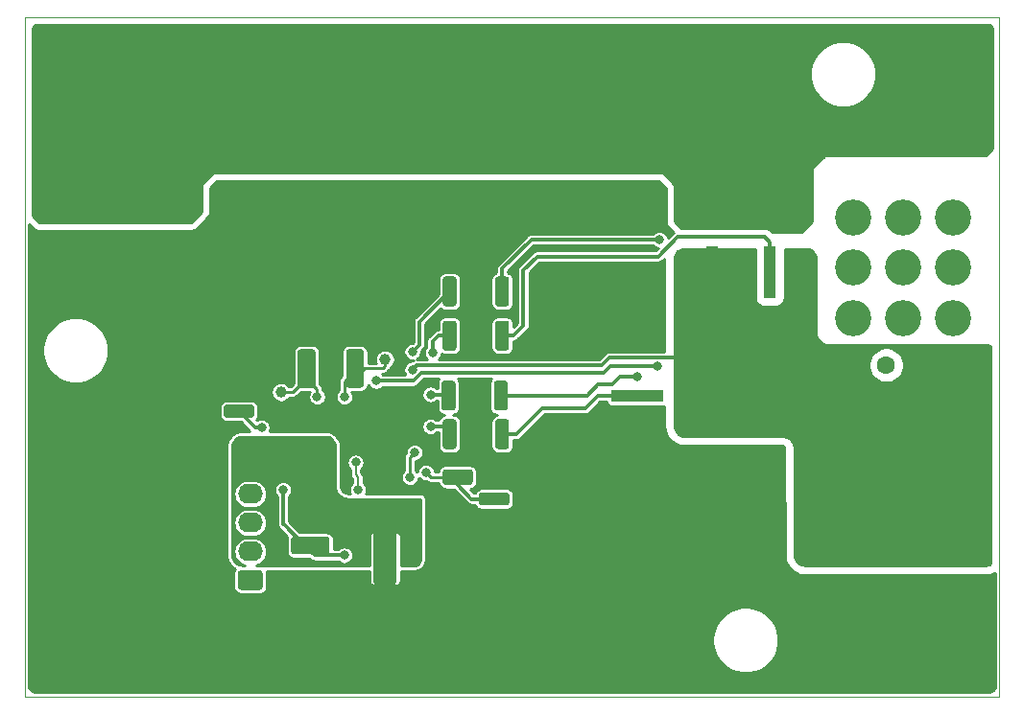
<source format=gbr>
G04 #@! TF.GenerationSoftware,KiCad,Pcbnew,(5.1.9)-1*
G04 #@! TF.CreationDate,2021-07-13T16:50:49-04:00*
G04 #@! TF.ProjectId,Motor Controller 2020,4d6f746f-7220-4436-9f6e-74726f6c6c65,rev?*
G04 #@! TF.SameCoordinates,Original*
G04 #@! TF.FileFunction,Copper,L2,Bot*
G04 #@! TF.FilePolarity,Positive*
%FSLAX46Y46*%
G04 Gerber Fmt 4.6, Leading zero omitted, Abs format (unit mm)*
G04 Created by KiCad (PCBNEW (5.1.9)-1) date 2021-07-13 16:50:49*
%MOMM*%
%LPD*%
G01*
G04 APERTURE LIST*
G04 #@! TA.AperFunction,Profile*
%ADD10C,0.050000*%
G04 #@! TD*
G04 #@! TA.AperFunction,EtchedComponent*
%ADD11C,0.150000*%
G04 #@! TD*
G04 #@! TA.AperFunction,SMDPad,CuDef*
%ADD12C,1.000000*%
G04 #@! TD*
G04 #@! TA.AperFunction,ComponentPad*
%ADD13O,2.190000X1.740000*%
G04 #@! TD*
G04 #@! TA.AperFunction,ComponentPad*
%ADD14C,0.500000*%
G04 #@! TD*
G04 #@! TA.AperFunction,SMDPad,CuDef*
%ADD15R,2.600000X2.600000*%
G04 #@! TD*
G04 #@! TA.AperFunction,SMDPad,CuDef*
%ADD16R,1.700000X1.700000*%
G04 #@! TD*
G04 #@! TA.AperFunction,SMDPad,CuDef*
%ADD17R,9.400000X10.800000*%
G04 #@! TD*
G04 #@! TA.AperFunction,SMDPad,CuDef*
%ADD18R,4.600000X1.100000*%
G04 #@! TD*
G04 #@! TA.AperFunction,SMDPad,CuDef*
%ADD19R,1.100000X4.600000*%
G04 #@! TD*
G04 #@! TA.AperFunction,SMDPad,CuDef*
%ADD20R,10.800000X9.400000*%
G04 #@! TD*
G04 #@! TA.AperFunction,ComponentPad*
%ADD21C,1.600000*%
G04 #@! TD*
G04 #@! TA.AperFunction,SMDPad,CuDef*
%ADD22C,2.000000*%
G04 #@! TD*
G04 #@! TA.AperFunction,ComponentPad*
%ADD23C,2.000000*%
G04 #@! TD*
G04 #@! TA.AperFunction,ComponentPad*
%ADD24C,3.200000*%
G04 #@! TD*
G04 #@! TA.AperFunction,ViaPad*
%ADD25C,0.800000*%
G04 #@! TD*
G04 #@! TA.AperFunction,Conductor*
%ADD26C,0.300000*%
G04 #@! TD*
G04 #@! TA.AperFunction,Conductor*
%ADD27C,0.250000*%
G04 #@! TD*
G04 #@! TA.AperFunction,Conductor*
%ADD28C,0.350000*%
G04 #@! TD*
G04 #@! TA.AperFunction,Conductor*
%ADD29C,0.200000*%
G04 #@! TD*
G04 #@! TA.AperFunction,Conductor*
%ADD30C,0.254000*%
G04 #@! TD*
G04 #@! TA.AperFunction,Conductor*
%ADD31C,0.150000*%
G04 #@! TD*
G04 APERTURE END LIST*
D10*
X174700000Y-102900000D02*
X174700000Y-42900000D01*
X88700000Y-42900000D02*
X174700000Y-42900000D01*
X88700000Y-102900000D02*
X88700000Y-42900000D01*
X88700000Y-102900000D02*
X174700000Y-102900000D01*
D11*
G04 #@! TO.C,NT1*
G36*
X121500000Y-92700000D02*
G01*
X121500000Y-88700000D01*
X119500000Y-88700000D01*
X119500000Y-92700000D01*
X121500000Y-92700000D01*
G37*
G04 #@! TD*
D12*
G04 #@! TO.P,TP5,1*
G04 #@! TO.N,Net-(C10-Pad2)*
X120500000Y-73100000D03*
G04 #@! TD*
G04 #@! TO.P,C10,1*
G04 #@! TO.N,Net-(C10-Pad1)*
G04 #@! TA.AperFunction,SMDPad,CuDef*
G36*
G01*
X112775000Y-75350002D02*
X112775000Y-72449998D01*
G75*
G02*
X113024998Y-72200000I249998J0D01*
G01*
X114100002Y-72200000D01*
G75*
G02*
X114350000Y-72449998I0J-249998D01*
G01*
X114350000Y-75350002D01*
G75*
G02*
X114100002Y-75600000I-249998J0D01*
G01*
X113024998Y-75600000D01*
G75*
G02*
X112775000Y-75350002I0J249998D01*
G01*
G37*
G04 #@! TD.AperFunction*
G04 #@! TO.P,C10,2*
G04 #@! TO.N,Net-(C10-Pad2)*
G04 #@! TA.AperFunction,SMDPad,CuDef*
G36*
G01*
X117050000Y-75350002D02*
X117050000Y-72449998D01*
G75*
G02*
X117299998Y-72200000I249998J0D01*
G01*
X118375002Y-72200000D01*
G75*
G02*
X118625000Y-72449998I0J-249998D01*
G01*
X118625000Y-75350002D01*
G75*
G02*
X118375002Y-75600000I-249998J0D01*
G01*
X117299998Y-75600000D01*
G75*
G02*
X117050000Y-75350002I0J249998D01*
G01*
G37*
G04 #@! TD.AperFunction*
G04 #@! TD*
G04 #@! TO.P,R6,1*
G04 #@! TO.N,Net-(Q4-Pad1)*
G04 #@! TA.AperFunction,SMDPad,CuDef*
G36*
G01*
X131425000Y-78624999D02*
X131425000Y-80775001D01*
G75*
G02*
X131175001Y-81025000I-249999J0D01*
G01*
X130449999Y-81025000D01*
G75*
G02*
X130200000Y-80775001I0J249999D01*
G01*
X130200000Y-78624999D01*
G75*
G02*
X130449999Y-78375000I249999J0D01*
G01*
X131175001Y-78375000D01*
G75*
G02*
X131425000Y-78624999I0J-249999D01*
G01*
G37*
G04 #@! TD.AperFunction*
G04 #@! TO.P,R6,2*
G04 #@! TO.N,GLB*
G04 #@! TA.AperFunction,SMDPad,CuDef*
G36*
G01*
X126800000Y-78624999D02*
X126800000Y-80775001D01*
G75*
G02*
X126550001Y-81025000I-249999J0D01*
G01*
X125824999Y-81025000D01*
G75*
G02*
X125575000Y-80775001I0J249999D01*
G01*
X125575000Y-78624999D01*
G75*
G02*
X125824999Y-78375000I249999J0D01*
G01*
X126550001Y-78375000D01*
G75*
G02*
X126800000Y-78624999I0J-249999D01*
G01*
G37*
G04 #@! TD.AperFunction*
G04 #@! TD*
G04 #@! TO.P,J3,1*
G04 #@! TO.N,A_RESET*
G04 #@! TA.AperFunction,ComponentPad*
G36*
G01*
X109445001Y-93470000D02*
X107754999Y-93470000D01*
G75*
G02*
X107505000Y-93220001I0J249999D01*
G01*
X107505000Y-91979999D01*
G75*
G02*
X107754999Y-91730000I249999J0D01*
G01*
X109445001Y-91730000D01*
G75*
G02*
X109695000Y-91979999I0J-249999D01*
G01*
X109695000Y-93220001D01*
G75*
G02*
X109445001Y-93470000I-249999J0D01*
G01*
G37*
G04 #@! TD.AperFunction*
D13*
G04 #@! TO.P,J3,2*
G04 #@! TO.N,SCK_SCL*
X108600000Y-90060000D03*
G04 #@! TO.P,J3,3*
G04 #@! TO.N,MISO*
X108600000Y-87520000D03*
G04 #@! TO.P,J3,4*
G04 #@! TO.N,SDA_MOSI*
X108600000Y-84980000D03*
G04 #@! TO.P,J3,5*
G04 #@! TO.N,GNDD*
X108600000Y-82440000D03*
G04 #@! TD*
G04 #@! TO.P,C7,1*
G04 #@! TO.N,GNDD*
G04 #@! TA.AperFunction,SMDPad,CuDef*
G36*
G01*
X112449998Y-84475000D02*
X115350002Y-84475000D01*
G75*
G02*
X115600000Y-84724998I0J-249998D01*
G01*
X115600000Y-85800002D01*
G75*
G02*
X115350002Y-86050000I-249998J0D01*
G01*
X112449998Y-86050000D01*
G75*
G02*
X112200000Y-85800002I0J249998D01*
G01*
X112200000Y-84724998D01*
G75*
G02*
X112449998Y-84475000I249998J0D01*
G01*
G37*
G04 #@! TD.AperFunction*
G04 #@! TO.P,C7,2*
G04 #@! TO.N,+5V*
G04 #@! TA.AperFunction,SMDPad,CuDef*
G36*
G01*
X112449998Y-88750000D02*
X115350002Y-88750000D01*
G75*
G02*
X115600000Y-88999998I0J-249998D01*
G01*
X115600000Y-90075002D01*
G75*
G02*
X115350002Y-90325000I-249998J0D01*
G01*
X112449998Y-90325000D01*
G75*
G02*
X112200000Y-90075002I0J249998D01*
G01*
X112200000Y-88999998D01*
G75*
G02*
X112449998Y-88750000I249998J0D01*
G01*
G37*
G04 #@! TD.AperFunction*
G04 #@! TD*
G04 #@! TO.P,JP2,2*
G04 #@! TO.N,GND*
G04 #@! TA.AperFunction,SMDPad,CuDef*
G36*
G01*
X164674999Y-95050000D02*
X167525001Y-95050000D01*
G75*
G02*
X167775000Y-95299999I0J-249999D01*
G01*
X167775000Y-96025001D01*
G75*
G02*
X167525001Y-96275000I-249999J0D01*
G01*
X164674999Y-96275000D01*
G75*
G02*
X164425000Y-96025001I0J249999D01*
G01*
X164425000Y-95299999D01*
G75*
G02*
X164674999Y-95050000I249999J0D01*
G01*
G37*
G04 #@! TD.AperFunction*
G04 #@! TO.P,JP2,1*
G04 #@! TO.N,MOTOR-*
G04 #@! TA.AperFunction,SMDPad,CuDef*
G36*
G01*
X164674999Y-89125000D02*
X167525001Y-89125000D01*
G75*
G02*
X167775000Y-89374999I0J-249999D01*
G01*
X167775000Y-90100001D01*
G75*
G02*
X167525001Y-90350000I-249999J0D01*
G01*
X164674999Y-90350000D01*
G75*
G02*
X164425000Y-90100001I0J249999D01*
G01*
X164425000Y-89374999D01*
G75*
G02*
X164674999Y-89125000I249999J0D01*
G01*
G37*
G04 #@! TD.AperFunction*
G04 #@! TD*
G04 #@! TO.P,R1,1*
G04 #@! TO.N,GHA*
G04 #@! TA.AperFunction,SMDPad,CuDef*
G36*
G01*
X125575000Y-68175001D02*
X125575000Y-66024999D01*
G75*
G02*
X125824999Y-65775000I249999J0D01*
G01*
X126550001Y-65775000D01*
G75*
G02*
X126800000Y-66024999I0J-249999D01*
G01*
X126800000Y-68175001D01*
G75*
G02*
X126550001Y-68425000I-249999J0D01*
G01*
X125824999Y-68425000D01*
G75*
G02*
X125575000Y-68175001I0J249999D01*
G01*
G37*
G04 #@! TD.AperFunction*
G04 #@! TO.P,R1,2*
G04 #@! TO.N,Net-(Q1-Pad1)*
G04 #@! TA.AperFunction,SMDPad,CuDef*
G36*
G01*
X130200000Y-68175001D02*
X130200000Y-66024999D01*
G75*
G02*
X130449999Y-65775000I249999J0D01*
G01*
X131175001Y-65775000D01*
G75*
G02*
X131425000Y-66024999I0J-249999D01*
G01*
X131425000Y-68175001D01*
G75*
G02*
X131175001Y-68425000I-249999J0D01*
G01*
X130449999Y-68425000D01*
G75*
G02*
X130200000Y-68175001I0J249999D01*
G01*
G37*
G04 #@! TD.AperFunction*
G04 #@! TD*
G04 #@! TO.P,R2,2*
G04 #@! TO.N,Net-(Q2-Pad1)*
G04 #@! TA.AperFunction,SMDPad,CuDef*
G36*
G01*
X130100000Y-77375001D02*
X130100000Y-75224999D01*
G75*
G02*
X130349999Y-74975000I249999J0D01*
G01*
X131075001Y-74975000D01*
G75*
G02*
X131325000Y-75224999I0J-249999D01*
G01*
X131325000Y-77375001D01*
G75*
G02*
X131075001Y-77625000I-249999J0D01*
G01*
X130349999Y-77625000D01*
G75*
G02*
X130100000Y-77375001I0J249999D01*
G01*
G37*
G04 #@! TD.AperFunction*
G04 #@! TO.P,R2,1*
G04 #@! TO.N,GLA*
G04 #@! TA.AperFunction,SMDPad,CuDef*
G36*
G01*
X125475000Y-77375001D02*
X125475000Y-75224999D01*
G75*
G02*
X125724999Y-74975000I249999J0D01*
G01*
X126450001Y-74975000D01*
G75*
G02*
X126700000Y-75224999I0J-249999D01*
G01*
X126700000Y-77375001D01*
G75*
G02*
X126450001Y-77625000I-249999J0D01*
G01*
X125724999Y-77625000D01*
G75*
G02*
X125475000Y-77375001I0J249999D01*
G01*
G37*
G04 #@! TD.AperFunction*
G04 #@! TD*
G04 #@! TO.P,R5,2*
G04 #@! TO.N,GHB*
G04 #@! TA.AperFunction,SMDPad,CuDef*
G36*
G01*
X126800000Y-69924999D02*
X126800000Y-72075001D01*
G75*
G02*
X126550001Y-72325000I-249999J0D01*
G01*
X125824999Y-72325000D01*
G75*
G02*
X125575000Y-72075001I0J249999D01*
G01*
X125575000Y-69924999D01*
G75*
G02*
X125824999Y-69675000I249999J0D01*
G01*
X126550001Y-69675000D01*
G75*
G02*
X126800000Y-69924999I0J-249999D01*
G01*
G37*
G04 #@! TD.AperFunction*
G04 #@! TO.P,R5,1*
G04 #@! TO.N,Net-(Q3-Pad1)*
G04 #@! TA.AperFunction,SMDPad,CuDef*
G36*
G01*
X131425000Y-69924999D02*
X131425000Y-72075001D01*
G75*
G02*
X131175001Y-72325000I-249999J0D01*
G01*
X130449999Y-72325000D01*
G75*
G02*
X130200000Y-72075001I0J249999D01*
G01*
X130200000Y-69924999D01*
G75*
G02*
X130449999Y-69675000I249999J0D01*
G01*
X131175001Y-69675000D01*
G75*
G02*
X131425000Y-69924999I0J-249999D01*
G01*
G37*
G04 #@! TD.AperFunction*
G04 #@! TD*
D14*
G04 #@! TO.P,U3,21*
G04 #@! TO.N,GND*
X121250000Y-80650000D03*
X119150000Y-80650000D03*
X121250000Y-78550000D03*
X119150000Y-78550000D03*
D15*
X120200000Y-79600000D03*
G04 #@! TD*
D14*
G04 #@! TO.P,U2,21*
G04 #@! TO.N,GNDD*
X117821000Y-88100000D03*
X116621000Y-88100000D03*
X117821000Y-86900000D03*
X116621000Y-86900000D03*
D16*
X117221000Y-87500000D03*
G04 #@! TD*
G04 #@! TO.P,C9,1*
G04 #@! TO.N,Net-(C9-Pad1)*
G04 #@! TA.AperFunction,SMDPad,CuDef*
G36*
G01*
X128999999Y-84850000D02*
X131200001Y-84850000D01*
G75*
G02*
X131450000Y-85099999I0J-249999D01*
G01*
X131450000Y-85750001D01*
G75*
G02*
X131200001Y-86000000I-249999J0D01*
G01*
X128999999Y-86000000D01*
G75*
G02*
X128750000Y-85750001I0J249999D01*
G01*
X128750000Y-85099999D01*
G75*
G02*
X128999999Y-84850000I249999J0D01*
G01*
G37*
G04 #@! TD.AperFunction*
G04 #@! TO.P,C9,2*
G04 #@! TO.N,GND*
G04 #@! TA.AperFunction,SMDPad,CuDef*
G36*
G01*
X128999999Y-87800000D02*
X131200001Y-87800000D01*
G75*
G02*
X131450000Y-88049999I0J-249999D01*
G01*
X131450000Y-88700001D01*
G75*
G02*
X131200001Y-88950000I-249999J0D01*
G01*
X128999999Y-88950000D01*
G75*
G02*
X128750000Y-88700001I0J249999D01*
G01*
X128750000Y-88049999D01*
G75*
G02*
X128999999Y-87800000I249999J0D01*
G01*
G37*
G04 #@! TD.AperFunction*
G04 #@! TD*
G04 #@! TO.P,R3,1*
G04 #@! TO.N,GND*
G04 #@! TA.AperFunction,SMDPad,CuDef*
G36*
G01*
X127975001Y-89000000D02*
X125824999Y-89000000D01*
G75*
G02*
X125575000Y-88750001I0J249999D01*
G01*
X125575000Y-87849999D01*
G75*
G02*
X125824999Y-87600000I249999J0D01*
G01*
X127975001Y-87600000D01*
G75*
G02*
X128225000Y-87849999I0J-249999D01*
G01*
X128225000Y-88750001D01*
G75*
G02*
X127975001Y-89000000I-249999J0D01*
G01*
G37*
G04 #@! TD.AperFunction*
G04 #@! TO.P,R3,2*
G04 #@! TO.N,Net-(C9-Pad1)*
G04 #@! TA.AperFunction,SMDPad,CuDef*
G36*
G01*
X127975001Y-84200000D02*
X125824999Y-84200000D01*
G75*
G02*
X125575000Y-83950001I0J249999D01*
G01*
X125575000Y-83049999D01*
G75*
G02*
X125824999Y-82800000I249999J0D01*
G01*
X127975001Y-82800000D01*
G75*
G02*
X128225000Y-83049999I0J-249999D01*
G01*
X128225000Y-83950001D01*
G75*
G02*
X127975001Y-84200000I-249999J0D01*
G01*
G37*
G04 #@! TD.AperFunction*
G04 #@! TD*
G04 #@! TO.P,C6,2*
G04 #@! TO.N,GND*
G04 #@! TA.AperFunction,SMDPad,CuDef*
G36*
G01*
X108700001Y-75300000D02*
X106499999Y-75300000D01*
G75*
G02*
X106250000Y-75050001I0J249999D01*
G01*
X106250000Y-74399999D01*
G75*
G02*
X106499999Y-74150000I249999J0D01*
G01*
X108700001Y-74150000D01*
G75*
G02*
X108950000Y-74399999I0J-249999D01*
G01*
X108950000Y-75050001D01*
G75*
G02*
X108700001Y-75300000I-249999J0D01*
G01*
G37*
G04 #@! TD.AperFunction*
G04 #@! TO.P,C6,1*
G04 #@! TO.N,+5V*
G04 #@! TA.AperFunction,SMDPad,CuDef*
G36*
G01*
X108700001Y-78250000D02*
X106499999Y-78250000D01*
G75*
G02*
X106250000Y-78000001I0J249999D01*
G01*
X106250000Y-77349999D01*
G75*
G02*
X106499999Y-77100000I249999J0D01*
G01*
X108700001Y-77100000D01*
G75*
G02*
X108950000Y-77349999I0J-249999D01*
G01*
X108950000Y-78000001D01*
G75*
G02*
X108700001Y-78250000I-249999J0D01*
G01*
G37*
G04 #@! TD.AperFunction*
G04 #@! TD*
D17*
G04 #@! TO.P,Q4,2*
G04 #@! TO.N,MOTOR-*
X151875000Y-73800000D03*
D18*
G04 #@! TO.P,Q4,3*
G04 #@! TO.N,GND*
X142725000Y-71260000D03*
G04 #@! TO.P,Q4,1*
G04 #@! TO.N,Net-(Q4-Pad1)*
X142725000Y-76340000D03*
G04 #@! TD*
D19*
G04 #@! TO.P,Q3,1*
G04 #@! TO.N,Net-(Q3-Pad1)*
X154432000Y-65376000D03*
G04 #@! TO.P,Q3,3*
G04 #@! TO.N,MOTOR-*
X149352000Y-65376000D03*
D20*
G04 #@! TO.P,Q3,2*
G04 #@! TO.N,VCC*
X151892000Y-56226000D03*
G04 #@! TD*
D21*
G04 #@! TO.P,C8,1*
G04 #@! TO.N,MOTOR-*
X167200000Y-73600000D03*
G04 #@! TO.P,C8,2*
G04 #@! TO.N,MOTOR+*
X164700000Y-73600000D03*
G04 #@! TD*
D12*
G04 #@! TO.P,TP6,1*
G04 #@! TO.N,Net-(C10-Pad1)*
X111300000Y-76000000D03*
G04 #@! TD*
D22*
G04 #@! TO.P,NT1,1*
G04 #@! TO.N,GND*
X120500000Y-92700000D03*
G04 #@! TO.P,NT1,2*
G04 #@! TO.N,GNDD*
X120500000Y-88700000D03*
G04 #@! TD*
D23*
G04 #@! TO.P,C3,1*
G04 #@! TO.N,VCC*
X113600000Y-52600000D03*
G04 #@! TO.P,C3,2*
G04 #@! TO.N,GND*
X113600000Y-60100000D03*
G04 #@! TD*
G04 #@! TO.P,C4,1*
G04 #@! TO.N,VCC*
X132400000Y-52700000D03*
G04 #@! TO.P,C4,2*
G04 #@! TO.N,GND*
X132400000Y-60200000D03*
G04 #@! TD*
D24*
G04 #@! TO.P,J4,1*
G04 #@! TO.N,MOTOR+*
X166200000Y-65000000D03*
X166200000Y-69435000D03*
X170635000Y-65000000D03*
X166200000Y-60565000D03*
X161765000Y-65000000D03*
X161765000Y-69435000D03*
X161765000Y-60565000D03*
X170635000Y-60565000D03*
X170635000Y-69435000D03*
G04 #@! TD*
G04 #@! TO.P,J1,1*
G04 #@! TO.N,VCC*
X101435000Y-55535000D03*
X101435000Y-46665000D03*
X92565000Y-46665000D03*
X92565000Y-55535000D03*
X92565000Y-51100000D03*
X97000000Y-46665000D03*
X101435000Y-51100000D03*
X97000000Y-55535000D03*
X97000000Y-51100000D03*
G04 #@! TD*
G04 #@! TO.P,J2,1*
G04 #@! TO.N,GND*
X101335000Y-99135000D03*
X101335000Y-90265000D03*
X92465000Y-90265000D03*
X92465000Y-99135000D03*
X92465000Y-94700000D03*
X96900000Y-90265000D03*
X101335000Y-94700000D03*
X96900000Y-99135000D03*
X96900000Y-94700000D03*
G04 #@! TD*
G04 #@! TO.P,J5,1*
G04 #@! TO.N,MOTOR-*
X166100000Y-82200000D03*
X166100000Y-86635000D03*
X170535000Y-82200000D03*
X166100000Y-77765000D03*
X161665000Y-82200000D03*
X161665000Y-86635000D03*
X161665000Y-77765000D03*
X170535000Y-77765000D03*
X170535000Y-86635000D03*
G04 #@! TD*
D25*
G04 #@! TO.N,GND*
X135000000Y-65900000D03*
X134800000Y-78500000D03*
X101800000Y-62450000D03*
X109900000Y-77500000D03*
X91059000Y-76170000D03*
X92329000Y-76170000D03*
X93599000Y-76170000D03*
X94869000Y-76170000D03*
X96139000Y-76170000D03*
X97409000Y-76170000D03*
X98679000Y-76170000D03*
X99949000Y-76170000D03*
X91059000Y-77440000D03*
X92329000Y-77440000D03*
X93599000Y-77440000D03*
X94869000Y-77440000D03*
X96139000Y-77440000D03*
X97409000Y-77440000D03*
X98679000Y-77440000D03*
X99949000Y-77440000D03*
X91059000Y-78710000D03*
X92329000Y-78710000D03*
X93599000Y-78710000D03*
X94869000Y-78710000D03*
X96139000Y-78710000D03*
X97409000Y-78710000D03*
X98679000Y-78710000D03*
X99949000Y-78710000D03*
X91059000Y-79980000D03*
X92329000Y-79980000D03*
X93599000Y-79980000D03*
X94869000Y-79980000D03*
X96139000Y-79980000D03*
X97409000Y-79980000D03*
X98679000Y-79980000D03*
X99949000Y-79980000D03*
X91059000Y-81250000D03*
X92329000Y-81250000D03*
X93599000Y-81250000D03*
X94869000Y-81250000D03*
X96139000Y-81250000D03*
X97409000Y-81250000D03*
X98679000Y-81250000D03*
X99949000Y-81250000D03*
X91059000Y-82520000D03*
X92329000Y-82520000D03*
X93599000Y-82520000D03*
X94869000Y-82520000D03*
X96139000Y-82520000D03*
X97409000Y-82520000D03*
X98679000Y-82520000D03*
X91059000Y-83790000D03*
X92329000Y-83790000D03*
X93599000Y-83790000D03*
X94869000Y-83790000D03*
X96139000Y-83790000D03*
X97409000Y-83790000D03*
X98679000Y-83790000D03*
X91059000Y-85060000D03*
X92309000Y-85060000D03*
X93559000Y-85060000D03*
X94809000Y-85060000D03*
X96059000Y-85060000D03*
X97309000Y-85060000D03*
X98559000Y-85060000D03*
X91059000Y-86310000D03*
X92309000Y-86310000D03*
X93559000Y-86310000D03*
X94809000Y-86310000D03*
X96059000Y-86310000D03*
X97309000Y-86310000D03*
X98559000Y-86310000D03*
X101199000Y-81250000D03*
X102449000Y-81250000D03*
X103699000Y-81250000D03*
X99949000Y-82500000D03*
X101199000Y-82500000D03*
X102449000Y-82500000D03*
X103699000Y-82500000D03*
X99949000Y-83750000D03*
X101199000Y-83750000D03*
X102449000Y-83750000D03*
X103699000Y-83750000D03*
X99949000Y-85000000D03*
X101199000Y-85000000D03*
X102449000Y-85000000D03*
X103699000Y-85000000D03*
X99949000Y-86250000D03*
X101199000Y-86250000D03*
X102449000Y-86250000D03*
X103699000Y-86250000D03*
X103050000Y-62450000D03*
X104300000Y-62450000D03*
X101800000Y-63700000D03*
X103050000Y-63700000D03*
X101800000Y-64950000D03*
X103050000Y-64950000D03*
X105550000Y-62450000D03*
X104300000Y-63700000D03*
X104300000Y-64950000D03*
X104300000Y-66200000D03*
X104300000Y-67450000D03*
X121800000Y-62450000D03*
X123050000Y-62450000D03*
X105550000Y-63700000D03*
X106800000Y-63700000D03*
X120550000Y-63700000D03*
X121800000Y-63700000D03*
X105550000Y-64950000D03*
X106800000Y-64950000D03*
X108050000Y-64950000D03*
X119300000Y-64950000D03*
X120550000Y-64950000D03*
X121800000Y-64950000D03*
X105550000Y-66200000D03*
X106800000Y-66200000D03*
X108050000Y-66200000D03*
X109300000Y-66200000D03*
X110550000Y-66200000D03*
X111800000Y-66200000D03*
X113050000Y-66200000D03*
X114300000Y-66200000D03*
X115550000Y-66200000D03*
X116800000Y-66200000D03*
X118050000Y-66200000D03*
X119300000Y-66200000D03*
X120550000Y-66200000D03*
X121800000Y-66200000D03*
X105550000Y-67450000D03*
X106800000Y-67450000D03*
X108050000Y-67450000D03*
X109300000Y-67450000D03*
X110550000Y-67450000D03*
X111800000Y-67450000D03*
X113050000Y-67450000D03*
X114300000Y-67450000D03*
X115550000Y-67450000D03*
X116800000Y-67450000D03*
X118050000Y-67450000D03*
X119300000Y-67450000D03*
X120550000Y-67450000D03*
X121800000Y-67450000D03*
X124300000Y-62450000D03*
X123050000Y-63700000D03*
X124300000Y-63700000D03*
X123050000Y-64950000D03*
X124300000Y-64950000D03*
X123050000Y-66200000D03*
X124300000Y-66200000D03*
X123050000Y-67450000D03*
X124300000Y-67450000D03*
X136050000Y-78500000D03*
X137300000Y-78500000D03*
X138550000Y-78500000D03*
X139800000Y-78500000D03*
X141050000Y-78500000D03*
X142300000Y-78500000D03*
X143550000Y-78500000D03*
X144800000Y-78500000D03*
X134800000Y-79750000D03*
X136050000Y-79750000D03*
X137300000Y-79750000D03*
X138550000Y-79750000D03*
X139800000Y-79750000D03*
X141050000Y-79750000D03*
X142300000Y-79750000D03*
X143550000Y-79750000D03*
X144800000Y-79750000D03*
X134800000Y-81000000D03*
X136050000Y-81000000D03*
X137300000Y-81000000D03*
X138550000Y-81000000D03*
X139800000Y-81000000D03*
X141050000Y-81000000D03*
X142300000Y-81000000D03*
X143550000Y-81000000D03*
X144800000Y-81000000D03*
X134800000Y-82250000D03*
X136050000Y-82250000D03*
X137300000Y-82250000D03*
X138550000Y-82250000D03*
X139800000Y-82250000D03*
X141050000Y-82250000D03*
X142300000Y-82250000D03*
X143550000Y-82250000D03*
X134800000Y-83500000D03*
X136050000Y-83500000D03*
X137300000Y-83500000D03*
X138550000Y-83500000D03*
X139800000Y-83500000D03*
X141050000Y-83500000D03*
X142300000Y-83500000D03*
X143550000Y-83500000D03*
X134800000Y-84750000D03*
X136050000Y-84750000D03*
X137300000Y-84750000D03*
X138550000Y-84750000D03*
X139800000Y-84750000D03*
X141050000Y-84750000D03*
X142300000Y-84750000D03*
X143550000Y-84750000D03*
X144800000Y-84750000D03*
X144800000Y-83500000D03*
X144800000Y-82250000D03*
X136250000Y-65900000D03*
X137500000Y-65900000D03*
X138750000Y-65900000D03*
X140000000Y-65900000D03*
X141250000Y-65900000D03*
X142500000Y-65900000D03*
X143750000Y-65900000D03*
X135000000Y-67150000D03*
X136250000Y-67150000D03*
X137500000Y-67150000D03*
X138750000Y-67150000D03*
X140000000Y-67150000D03*
X141250000Y-67150000D03*
X142500000Y-67150000D03*
X143750000Y-67150000D03*
X135000000Y-68400000D03*
X136250000Y-68400000D03*
X137500000Y-68400000D03*
X138750000Y-68400000D03*
X140000000Y-68400000D03*
X141250000Y-68400000D03*
X142500000Y-68400000D03*
X143750000Y-68400000D03*
X135000000Y-69650000D03*
X136250000Y-69650000D03*
X137500000Y-69650000D03*
X138750000Y-69650000D03*
X140000000Y-69650000D03*
X141250000Y-69650000D03*
X142500000Y-69650000D03*
X143750000Y-69650000D03*
X135000000Y-70900000D03*
X136250000Y-70900000D03*
X137500000Y-70900000D03*
X138750000Y-70900000D03*
G04 #@! TO.N,+5V*
X116900000Y-90400000D03*
X109600000Y-79100000D03*
X111500000Y-84600000D03*
G04 #@! TO.N,MOTOR+*
X144500000Y-73700000D03*
X119700000Y-75000000D03*
G04 #@! TO.N,MOTOR-*
X122900000Y-74000000D03*
G04 #@! TO.N,GHA*
X122900000Y-72400000D03*
G04 #@! TO.N,GLA*
X124500000Y-76200000D03*
G04 #@! TO.N,GHB*
X124700000Y-72500000D03*
G04 #@! TO.N,GLB*
X124500000Y-79000000D03*
G04 #@! TO.N,Net-(Q1-Pad1)*
X144700000Y-62500000D03*
G04 #@! TO.N,Net-(Q2-Pad1)*
X142700000Y-74600000D03*
G04 #@! TO.N,Fault*
X118100000Y-84600000D03*
X117900000Y-82200000D03*
G04 #@! TO.N,Mode*
X123100000Y-81300000D03*
X122700000Y-83500000D03*
G04 #@! TO.N,VCC*
X134600000Y-44300000D03*
X135850000Y-44300000D03*
X137100000Y-44300000D03*
X138350000Y-44300000D03*
X139600000Y-44300000D03*
X140850000Y-44300000D03*
X142100000Y-44300000D03*
X143350000Y-44300000D03*
X144600000Y-44300000D03*
X145850000Y-44300000D03*
X147100000Y-44300000D03*
X148350000Y-44300000D03*
X149600000Y-44300000D03*
X150850000Y-44300000D03*
X152100000Y-44300000D03*
X134600000Y-45550000D03*
X135850000Y-45550000D03*
X137100000Y-45550000D03*
X138350000Y-45550000D03*
X139600000Y-45550000D03*
X140850000Y-45550000D03*
X142100000Y-45550000D03*
X143350000Y-45550000D03*
X144600000Y-45550000D03*
X145850000Y-45550000D03*
X147100000Y-45550000D03*
X148350000Y-45550000D03*
X149600000Y-45550000D03*
X150850000Y-45550000D03*
X134600000Y-46800000D03*
X135850000Y-46800000D03*
X137100000Y-46800000D03*
X138350000Y-46800000D03*
X139600000Y-46800000D03*
X140850000Y-46800000D03*
X142100000Y-46800000D03*
X143350000Y-46800000D03*
X144600000Y-46800000D03*
X145850000Y-46800000D03*
X147100000Y-46800000D03*
X148350000Y-46800000D03*
X149600000Y-46800000D03*
X150850000Y-46800000D03*
X153350000Y-44300000D03*
X154600000Y-44300000D03*
X155850000Y-44300000D03*
X152100000Y-45550000D03*
X153350000Y-45550000D03*
X154600000Y-45550000D03*
X155850000Y-45550000D03*
X152100000Y-46800000D03*
X153350000Y-46800000D03*
X154600000Y-46800000D03*
X155850000Y-46800000D03*
X152100000Y-48050000D03*
X153350000Y-48050000D03*
X154600000Y-48050000D03*
X155850000Y-48050000D03*
X152100000Y-49300000D03*
X153350000Y-49300000D03*
X154600000Y-49300000D03*
X155850000Y-49300000D03*
X152100000Y-50550000D03*
X153350000Y-50550000D03*
X154600000Y-50550000D03*
X155850000Y-50550000D03*
X140850000Y-48050000D03*
X142100000Y-48050000D03*
X143350000Y-48050000D03*
X144600000Y-48050000D03*
X145850000Y-48050000D03*
X147100000Y-48050000D03*
X148350000Y-48050000D03*
X149600000Y-48050000D03*
X150850000Y-48050000D03*
X140850000Y-49300000D03*
X142100000Y-49300000D03*
X143350000Y-49300000D03*
X144600000Y-49300000D03*
X145850000Y-49300000D03*
X147100000Y-49300000D03*
X148350000Y-49300000D03*
X149600000Y-49300000D03*
X150850000Y-49300000D03*
X140850000Y-50550000D03*
X142100000Y-50550000D03*
X143350000Y-50550000D03*
X144600000Y-50550000D03*
X145850000Y-50550000D03*
X147100000Y-50550000D03*
X148350000Y-50550000D03*
X149600000Y-50550000D03*
X150850000Y-50550000D03*
X138350000Y-48050000D03*
X139600000Y-49300000D03*
X139600000Y-48050000D03*
G04 #@! TO.N,Net-(C9-Pad1)*
X124100000Y-83100000D03*
G04 #@! TO.N,Net-(C10-Pad1)*
X114500000Y-76400000D03*
G04 #@! TO.N,Net-(C10-Pad2)*
X116900000Y-76400000D03*
G04 #@! TD*
D26*
G04 #@! TO.N,GND*
X120500000Y-91800000D02*
X120600000Y-91900000D01*
X120500000Y-92700000D02*
X115600000Y-97600000D01*
X101770000Y-97600000D02*
X100835000Y-98535000D01*
X115600000Y-97600000D02*
X101770000Y-97600000D01*
D27*
X126800000Y-87900000D02*
X126900000Y-88000000D01*
D28*
G04 #@! TO.N,+5V*
X109025000Y-79100000D02*
X107600000Y-77675000D01*
X109600000Y-79100000D02*
X109025000Y-79100000D01*
D26*
G04 #@! TO.N,GNDD*
X113800000Y-85462500D02*
X113062500Y-85462500D01*
X113062500Y-85462500D02*
X112400000Y-84800000D01*
G04 #@! TO.N,+5V*
X114262500Y-90400000D02*
X113400000Y-89537500D01*
X116900000Y-90400000D02*
X114262500Y-90400000D01*
X111500000Y-87637500D02*
X111631250Y-87768750D01*
X111500000Y-84600000D02*
X111500000Y-87637500D01*
X111631250Y-87768750D02*
X113400000Y-89537500D01*
G04 #@! TO.N,MOTOR+*
X123000000Y-75000000D02*
X123700000Y-74300000D01*
X119700000Y-75000000D02*
X123000000Y-75000000D01*
X123700000Y-74300000D02*
X134200000Y-74300000D01*
X134200000Y-74300000D02*
X139800000Y-74300000D01*
X139800000Y-74300000D02*
X140300000Y-73800000D01*
X140300000Y-73800000D02*
X140400000Y-73700000D01*
X140400000Y-73700000D02*
X141600000Y-73700000D01*
X141600000Y-73700000D02*
X141800000Y-73700000D01*
X144500000Y-73700000D02*
X141600000Y-73700000D01*
G04 #@! TO.N,MOTOR-*
X151880000Y-74641000D02*
X151892000Y-74653000D01*
X150539000Y-73300000D02*
X151892000Y-74653000D01*
X151024999Y-72949999D02*
X151875000Y-73800000D01*
X140250001Y-72949999D02*
X151024999Y-72949999D01*
X139600000Y-73600000D02*
X140250001Y-72949999D01*
X123300000Y-73600000D02*
X139600000Y-73600000D01*
X122900000Y-74000000D02*
X123300000Y-73600000D01*
G04 #@! TO.N,GHA*
X123500000Y-69787500D02*
X126187500Y-67100000D01*
X123500000Y-71800000D02*
X123500000Y-69787500D01*
X122900000Y-72400000D02*
X123500000Y-71800000D01*
G04 #@! TO.N,GLA*
X125987500Y-76200000D02*
X126087500Y-76300000D01*
X124500000Y-76200000D02*
X125987500Y-76200000D01*
D28*
G04 #@! TO.N,GHB*
X124700000Y-72500000D02*
X124700000Y-71500000D01*
X125200000Y-71000000D02*
X126187500Y-71000000D01*
X124700000Y-71500000D02*
X125200000Y-71000000D01*
D26*
G04 #@! TO.N,GLB*
X124500000Y-79000000D02*
X124587500Y-79000000D01*
D28*
X125687500Y-79000000D02*
X126187500Y-79500000D01*
X124500000Y-79000000D02*
X125687500Y-79000000D01*
D26*
G04 #@! TO.N,Net-(Q1-Pad1)*
X130812500Y-65087500D02*
X130812500Y-67100000D01*
X133400000Y-62500000D02*
X130812500Y-65087500D01*
X144700000Y-62500000D02*
X133400000Y-62500000D01*
G04 #@! TO.N,Net-(Q2-Pad1)*
X139300000Y-75300000D02*
X140500000Y-75300000D01*
X138300000Y-76300000D02*
X139300000Y-75300000D01*
X130712500Y-76300000D02*
X138300000Y-76300000D01*
X141200000Y-74600000D02*
X140500000Y-75300000D01*
X142700000Y-74600000D02*
X141200000Y-74600000D01*
D29*
G04 #@! TO.N,Fault*
X117900000Y-82200000D02*
X117900000Y-83300000D01*
X118100000Y-83500000D02*
X118100000Y-84500000D01*
X117900000Y-83300000D02*
X118100000Y-83500000D01*
G04 #@! TO.N,Mode*
X122800000Y-81300000D02*
X123100000Y-81300000D01*
D27*
X122700000Y-81700000D02*
X123100000Y-81300000D01*
X122700000Y-83500000D02*
X122700000Y-81700000D01*
D26*
G04 #@! TO.N,GNDD*
X120500000Y-88000000D02*
X120600000Y-87900000D01*
X120500000Y-89000000D02*
X120500000Y-88000000D01*
D28*
G04 #@! TO.N,Net-(Q3-Pad1)*
X154432000Y-62732000D02*
X154432000Y-65376000D01*
X154000000Y-62300000D02*
X154432000Y-62732000D01*
X146800000Y-62300000D02*
X154000000Y-62300000D01*
D26*
X130812500Y-71000000D02*
X131800000Y-71000000D01*
X131800000Y-71000000D02*
X132700000Y-70100000D01*
X132700000Y-70100000D02*
X132700000Y-65200000D01*
X132700000Y-65200000D02*
X133900000Y-64000000D01*
X133900000Y-64000000D02*
X144600000Y-64000000D01*
X146300000Y-62300000D02*
X146800000Y-62300000D01*
X144600000Y-64000000D02*
X146300000Y-62300000D01*
G04 #@! TO.N,Net-(Q4-Pad1)*
X142725000Y-76340000D02*
X139260000Y-76340000D01*
X139260000Y-76340000D02*
X138200000Y-77400000D01*
X138200000Y-77400000D02*
X134400000Y-77400000D01*
X132100000Y-79700000D02*
X130812500Y-79700000D01*
X134400000Y-77400000D02*
X132100000Y-79700000D01*
D27*
G04 #@! TO.N,Net-(C9-Pad1)*
X126200000Y-83300000D02*
X126100000Y-83200000D01*
D26*
X130100000Y-85425000D02*
X128125000Y-85425000D01*
X126900000Y-84200000D02*
X126900000Y-83500000D01*
X128125000Y-85425000D02*
X126900000Y-84200000D01*
D27*
X124499999Y-83499999D02*
X124100000Y-83100000D01*
X126900000Y-83500000D02*
X124499999Y-83499999D01*
G04 #@! TO.N,Net-(C10-Pad1)*
X114500000Y-75737500D02*
X113562500Y-74800000D01*
X112362500Y-76000000D02*
X113562500Y-74800000D01*
X111300000Y-76000000D02*
X112362500Y-76000000D01*
X114500000Y-76500000D02*
X114500000Y-75737500D01*
G04 #@! TO.N,Net-(C10-Pad2)*
X116900000Y-75037500D02*
X117737500Y-74200000D01*
X117837500Y-74800000D02*
X118400000Y-74800000D01*
X120500000Y-73700000D02*
X120500000Y-73100000D01*
X120300000Y-73900000D02*
X120500000Y-73700000D01*
X118737500Y-73900000D02*
X120300000Y-73900000D01*
X117837500Y-74800000D02*
X118737500Y-73900000D01*
X116900000Y-76400000D02*
X116900000Y-75037500D01*
G04 #@! TD*
D30*
G04 #@! TO.N,MOTOR-*
X157769133Y-63345586D02*
X157932992Y-63395087D01*
X158084027Y-63475627D01*
X158216433Y-63584113D01*
X158325104Y-63716363D01*
X158405858Y-63867282D01*
X158455593Y-64031077D01*
X158473000Y-64207659D01*
X158473000Y-70700000D01*
X158473612Y-70712448D01*
X158492827Y-70907538D01*
X158497683Y-70931956D01*
X158554588Y-71119549D01*
X158564116Y-71142550D01*
X158656526Y-71315437D01*
X158670358Y-71336138D01*
X158794721Y-71487675D01*
X158812325Y-71505279D01*
X158963862Y-71629642D01*
X158984563Y-71643474D01*
X159157450Y-71735884D01*
X159180451Y-71745412D01*
X159368044Y-71802317D01*
X159392462Y-71807173D01*
X159587552Y-71826388D01*
X159600000Y-71827000D01*
X173493766Y-71827000D01*
X173670189Y-71844376D01*
X173833850Y-71894022D01*
X173913001Y-71936329D01*
X173913000Y-91163671D01*
X173833850Y-91205978D01*
X173670189Y-91255624D01*
X173493766Y-91273000D01*
X157526033Y-91273000D01*
X157350059Y-91255715D01*
X157186808Y-91206333D01*
X157036275Y-91126126D01*
X156904236Y-91018170D01*
X156795716Y-90886573D01*
X156714881Y-90736388D01*
X156664812Y-90573337D01*
X156646789Y-90397451D01*
X156607185Y-80970924D01*
X156606524Y-80958507D01*
X156586578Y-80763933D01*
X156581640Y-80739589D01*
X156524201Y-80552619D01*
X156514619Y-80529700D01*
X156421883Y-80357488D01*
X156408023Y-80336874D01*
X156283539Y-80186007D01*
X156265931Y-80168485D01*
X156114460Y-80044736D01*
X156093779Y-80030976D01*
X155921118Y-79939079D01*
X155898154Y-79929609D01*
X155710907Y-79873079D01*
X155686538Y-79868260D01*
X155491869Y-79849261D01*
X155479449Y-79848660D01*
X146906818Y-79854334D01*
X146730302Y-79837059D01*
X146566554Y-79787482D01*
X146415630Y-79706900D01*
X146283333Y-79598410D01*
X146174759Y-79466190D01*
X146094077Y-79315318D01*
X146044392Y-79151602D01*
X146027000Y-78975095D01*
X146027000Y-73446156D01*
X163138000Y-73446156D01*
X163138000Y-73753844D01*
X163198027Y-74055619D01*
X163315773Y-74339885D01*
X163486715Y-74595717D01*
X163704283Y-74813285D01*
X163960115Y-74984227D01*
X164244381Y-75101973D01*
X164546156Y-75162000D01*
X164853844Y-75162000D01*
X165155619Y-75101973D01*
X165439885Y-74984227D01*
X165695717Y-74813285D01*
X165913285Y-74595717D01*
X166084227Y-74339885D01*
X166201973Y-74055619D01*
X166262000Y-73753844D01*
X166262000Y-73446156D01*
X166201973Y-73144381D01*
X166084227Y-72860115D01*
X165913285Y-72604283D01*
X165695717Y-72386715D01*
X165439885Y-72215773D01*
X165155619Y-72098027D01*
X164853844Y-72038000D01*
X164546156Y-72038000D01*
X164244381Y-72098027D01*
X163960115Y-72215773D01*
X163704283Y-72386715D01*
X163486715Y-72604283D01*
X163315773Y-72860115D01*
X163198027Y-73144381D01*
X163138000Y-73446156D01*
X146027000Y-73446156D01*
X146027000Y-64222822D01*
X146044346Y-64046538D01*
X146093901Y-63883023D01*
X146174380Y-63732295D01*
X146251246Y-63638516D01*
X146321566Y-63568196D01*
X146414686Y-63491650D01*
X146565294Y-63410959D01*
X146728745Y-63361172D01*
X146904997Y-63343576D01*
X153116314Y-63334772D01*
X153116314Y-67676000D01*
X153131026Y-67825378D01*
X153174598Y-67969015D01*
X153245355Y-68101392D01*
X153340578Y-68217422D01*
X153456608Y-68312645D01*
X153588985Y-68383402D01*
X153732622Y-68426974D01*
X153882000Y-68441686D01*
X154982000Y-68441686D01*
X155131378Y-68426974D01*
X155275015Y-68383402D01*
X155407392Y-68312645D01*
X155523422Y-68217422D01*
X155618645Y-68101392D01*
X155689402Y-67969015D01*
X155732974Y-67825378D01*
X155747686Y-67676000D01*
X155747686Y-63331043D01*
X157592518Y-63328428D01*
X157769133Y-63345586D01*
G04 #@! TA.AperFunction,Conductor*
D31*
G36*
X157769133Y-63345586D02*
G01*
X157932992Y-63395087D01*
X158084027Y-63475627D01*
X158216433Y-63584113D01*
X158325104Y-63716363D01*
X158405858Y-63867282D01*
X158455593Y-64031077D01*
X158473000Y-64207659D01*
X158473000Y-70700000D01*
X158473612Y-70712448D01*
X158492827Y-70907538D01*
X158497683Y-70931956D01*
X158554588Y-71119549D01*
X158564116Y-71142550D01*
X158656526Y-71315437D01*
X158670358Y-71336138D01*
X158794721Y-71487675D01*
X158812325Y-71505279D01*
X158963862Y-71629642D01*
X158984563Y-71643474D01*
X159157450Y-71735884D01*
X159180451Y-71745412D01*
X159368044Y-71802317D01*
X159392462Y-71807173D01*
X159587552Y-71826388D01*
X159600000Y-71827000D01*
X173493766Y-71827000D01*
X173670189Y-71844376D01*
X173833850Y-71894022D01*
X173913001Y-71936329D01*
X173913000Y-91163671D01*
X173833850Y-91205978D01*
X173670189Y-91255624D01*
X173493766Y-91273000D01*
X157526033Y-91273000D01*
X157350059Y-91255715D01*
X157186808Y-91206333D01*
X157036275Y-91126126D01*
X156904236Y-91018170D01*
X156795716Y-90886573D01*
X156714881Y-90736388D01*
X156664812Y-90573337D01*
X156646789Y-90397451D01*
X156607185Y-80970924D01*
X156606524Y-80958507D01*
X156586578Y-80763933D01*
X156581640Y-80739589D01*
X156524201Y-80552619D01*
X156514619Y-80529700D01*
X156421883Y-80357488D01*
X156408023Y-80336874D01*
X156283539Y-80186007D01*
X156265931Y-80168485D01*
X156114460Y-80044736D01*
X156093779Y-80030976D01*
X155921118Y-79939079D01*
X155898154Y-79929609D01*
X155710907Y-79873079D01*
X155686538Y-79868260D01*
X155491869Y-79849261D01*
X155479449Y-79848660D01*
X146906818Y-79854334D01*
X146730302Y-79837059D01*
X146566554Y-79787482D01*
X146415630Y-79706900D01*
X146283333Y-79598410D01*
X146174759Y-79466190D01*
X146094077Y-79315318D01*
X146044392Y-79151602D01*
X146027000Y-78975095D01*
X146027000Y-73446156D01*
X163138000Y-73446156D01*
X163138000Y-73753844D01*
X163198027Y-74055619D01*
X163315773Y-74339885D01*
X163486715Y-74595717D01*
X163704283Y-74813285D01*
X163960115Y-74984227D01*
X164244381Y-75101973D01*
X164546156Y-75162000D01*
X164853844Y-75162000D01*
X165155619Y-75101973D01*
X165439885Y-74984227D01*
X165695717Y-74813285D01*
X165913285Y-74595717D01*
X166084227Y-74339885D01*
X166201973Y-74055619D01*
X166262000Y-73753844D01*
X166262000Y-73446156D01*
X166201973Y-73144381D01*
X166084227Y-72860115D01*
X165913285Y-72604283D01*
X165695717Y-72386715D01*
X165439885Y-72215773D01*
X165155619Y-72098027D01*
X164853844Y-72038000D01*
X164546156Y-72038000D01*
X164244381Y-72098027D01*
X163960115Y-72215773D01*
X163704283Y-72386715D01*
X163486715Y-72604283D01*
X163315773Y-72860115D01*
X163198027Y-73144381D01*
X163138000Y-73446156D01*
X146027000Y-73446156D01*
X146027000Y-64222822D01*
X146044346Y-64046538D01*
X146093901Y-63883023D01*
X146174380Y-63732295D01*
X146251246Y-63638516D01*
X146321566Y-63568196D01*
X146414686Y-63491650D01*
X146565294Y-63410959D01*
X146728745Y-63361172D01*
X146904997Y-63343576D01*
X153116314Y-63334772D01*
X153116314Y-67676000D01*
X153131026Y-67825378D01*
X153174598Y-67969015D01*
X153245355Y-68101392D01*
X153340578Y-68217422D01*
X153456608Y-68312645D01*
X153588985Y-68383402D01*
X153732622Y-68426974D01*
X153882000Y-68441686D01*
X154982000Y-68441686D01*
X155131378Y-68426974D01*
X155275015Y-68383402D01*
X155407392Y-68312645D01*
X155523422Y-68217422D01*
X155618645Y-68101392D01*
X155689402Y-67969015D01*
X155732974Y-67825378D01*
X155747686Y-67676000D01*
X155747686Y-63331043D01*
X157592518Y-63328428D01*
X157769133Y-63345586D01*
G37*
G04 #@! TD.AperFunction*
G04 #@! TD*
D30*
G04 #@! TO.N,VCC*
X174040001Y-43819607D02*
X174040001Y-54480393D01*
X173447394Y-55073000D01*
X159300000Y-55073000D01*
X159275224Y-55075440D01*
X159251399Y-55082667D01*
X159229443Y-55094403D01*
X159210197Y-55110197D01*
X158210197Y-56110197D01*
X158194403Y-56129443D01*
X158182667Y-56151399D01*
X158175440Y-56175224D01*
X158173000Y-56200000D01*
X158173000Y-60888571D01*
X157246979Y-61819008D01*
X154676749Y-61831237D01*
X154600900Y-61755388D01*
X154575528Y-61724472D01*
X154452189Y-61623251D01*
X154311473Y-61548037D01*
X154158788Y-61501720D01*
X154039791Y-61490000D01*
X154039788Y-61490000D01*
X154000000Y-61486081D01*
X153960212Y-61490000D01*
X146760209Y-61490000D01*
X146641212Y-61501720D01*
X146597477Y-61514987D01*
X146027000Y-60947217D01*
X146027000Y-57700000D01*
X146024560Y-57675224D01*
X146017333Y-57651399D01*
X146005597Y-57629443D01*
X145989803Y-57610197D01*
X144989803Y-56610197D01*
X144970557Y-56594403D01*
X144948601Y-56582667D01*
X144924776Y-56575440D01*
X144900000Y-56573000D01*
X105400000Y-56573000D01*
X105375224Y-56575440D01*
X105351399Y-56582667D01*
X105329443Y-56594403D01*
X105310197Y-56610197D01*
X104310197Y-57610197D01*
X104294403Y-57629443D01*
X104282667Y-57651399D01*
X104275440Y-57675224D01*
X104273000Y-57700000D01*
X104273000Y-60047394D01*
X103347394Y-60973000D01*
X89952606Y-60973000D01*
X89360000Y-60380394D01*
X89360000Y-47611716D01*
X157973000Y-47611716D01*
X157973000Y-48188284D01*
X158085482Y-48753775D01*
X158306126Y-49286455D01*
X158626450Y-49765854D01*
X159034146Y-50173550D01*
X159513545Y-50493874D01*
X160046225Y-50714518D01*
X160611716Y-50827000D01*
X161188284Y-50827000D01*
X161753775Y-50714518D01*
X162286455Y-50493874D01*
X162765854Y-50173550D01*
X163173550Y-49765854D01*
X163493874Y-49286455D01*
X163714518Y-48753775D01*
X163827000Y-48188284D01*
X163827000Y-47611716D01*
X163714518Y-47046225D01*
X163493874Y-46513545D01*
X163173550Y-46034146D01*
X162765854Y-45626450D01*
X162286455Y-45306126D01*
X161753775Y-45085482D01*
X161188284Y-44973000D01*
X160611716Y-44973000D01*
X160046225Y-45085482D01*
X159513545Y-45306126D01*
X159034146Y-45626450D01*
X158626450Y-46034146D01*
X158306126Y-46513545D01*
X158085482Y-47046225D01*
X157973000Y-47611716D01*
X89360000Y-47611716D01*
X89360000Y-43819606D01*
X89619606Y-43560000D01*
X173780394Y-43560000D01*
X174040001Y-43819607D01*
G04 #@! TA.AperFunction,Conductor*
D31*
G36*
X174040001Y-43819607D02*
G01*
X174040001Y-54480393D01*
X173447394Y-55073000D01*
X159300000Y-55073000D01*
X159275224Y-55075440D01*
X159251399Y-55082667D01*
X159229443Y-55094403D01*
X159210197Y-55110197D01*
X158210197Y-56110197D01*
X158194403Y-56129443D01*
X158182667Y-56151399D01*
X158175440Y-56175224D01*
X158173000Y-56200000D01*
X158173000Y-60888571D01*
X157246979Y-61819008D01*
X154676749Y-61831237D01*
X154600900Y-61755388D01*
X154575528Y-61724472D01*
X154452189Y-61623251D01*
X154311473Y-61548037D01*
X154158788Y-61501720D01*
X154039791Y-61490000D01*
X154039788Y-61490000D01*
X154000000Y-61486081D01*
X153960212Y-61490000D01*
X146760209Y-61490000D01*
X146641212Y-61501720D01*
X146597477Y-61514987D01*
X146027000Y-60947217D01*
X146027000Y-57700000D01*
X146024560Y-57675224D01*
X146017333Y-57651399D01*
X146005597Y-57629443D01*
X145989803Y-57610197D01*
X144989803Y-56610197D01*
X144970557Y-56594403D01*
X144948601Y-56582667D01*
X144924776Y-56575440D01*
X144900000Y-56573000D01*
X105400000Y-56573000D01*
X105375224Y-56575440D01*
X105351399Y-56582667D01*
X105329443Y-56594403D01*
X105310197Y-56610197D01*
X104310197Y-57610197D01*
X104294403Y-57629443D01*
X104282667Y-57651399D01*
X104275440Y-57675224D01*
X104273000Y-57700000D01*
X104273000Y-60047394D01*
X103347394Y-60973000D01*
X89952606Y-60973000D01*
X89360000Y-60380394D01*
X89360000Y-47611716D01*
X157973000Y-47611716D01*
X157973000Y-48188284D01*
X158085482Y-48753775D01*
X158306126Y-49286455D01*
X158626450Y-49765854D01*
X159034146Y-50173550D01*
X159513545Y-50493874D01*
X160046225Y-50714518D01*
X160611716Y-50827000D01*
X161188284Y-50827000D01*
X161753775Y-50714518D01*
X162286455Y-50493874D01*
X162765854Y-50173550D01*
X163173550Y-49765854D01*
X163493874Y-49286455D01*
X163714518Y-48753775D01*
X163827000Y-48188284D01*
X163827000Y-47611716D01*
X163714518Y-47046225D01*
X163493874Y-46513545D01*
X163173550Y-46034146D01*
X162765854Y-45626450D01*
X162286455Y-45306126D01*
X161753775Y-45085482D01*
X161188284Y-44973000D01*
X160611716Y-44973000D01*
X160046225Y-45085482D01*
X159513545Y-45306126D01*
X159034146Y-45626450D01*
X158626450Y-46034146D01*
X158306126Y-46513545D01*
X158085482Y-47046225D01*
X157973000Y-47611716D01*
X89360000Y-47611716D01*
X89360000Y-43819606D01*
X89619606Y-43560000D01*
X173780394Y-43560000D01*
X174040001Y-43819607D01*
G37*
G04 #@! TD.AperFunction*
G04 #@! TD*
D30*
G04 #@! TO.N,GND*
X145265000Y-57963026D02*
X145265000Y-61000000D01*
X145277498Y-61125364D01*
X145313916Y-61244399D01*
X145372858Y-61354042D01*
X145452057Y-61450080D01*
X145927878Y-61923643D01*
X145925552Y-61925552D01*
X145909049Y-61945661D01*
X145469408Y-62385302D01*
X145447141Y-62273357D01*
X145388569Y-62131952D01*
X145303536Y-62004691D01*
X145195309Y-61896464D01*
X145068048Y-61811431D01*
X144926643Y-61752859D01*
X144776528Y-61723000D01*
X144623472Y-61723000D01*
X144473357Y-61752859D01*
X144331952Y-61811431D01*
X144204691Y-61896464D01*
X144128155Y-61973000D01*
X133425881Y-61973000D01*
X133400000Y-61970451D01*
X133374119Y-61973000D01*
X133296690Y-61980626D01*
X133197350Y-62010761D01*
X133105798Y-62059696D01*
X133025552Y-62125552D01*
X133009054Y-62145655D01*
X130458166Y-64696545D01*
X130438052Y-64713052D01*
X130372196Y-64793298D01*
X130344211Y-64845656D01*
X130323261Y-64884851D01*
X130293126Y-64984191D01*
X130282951Y-65087500D01*
X130285500Y-65113381D01*
X130285500Y-65420945D01*
X130209359Y-65444042D01*
X130100644Y-65502152D01*
X130005354Y-65580354D01*
X129927152Y-65675644D01*
X129869042Y-65784359D01*
X129833259Y-65902322D01*
X129821176Y-66024999D01*
X129821176Y-68175001D01*
X129833259Y-68297678D01*
X129869042Y-68415641D01*
X129927152Y-68524356D01*
X130005354Y-68619646D01*
X130100644Y-68697848D01*
X130209359Y-68755958D01*
X130327322Y-68791741D01*
X130449999Y-68803824D01*
X131175001Y-68803824D01*
X131297678Y-68791741D01*
X131415641Y-68755958D01*
X131524356Y-68697848D01*
X131619646Y-68619646D01*
X131697848Y-68524356D01*
X131755958Y-68415641D01*
X131791741Y-68297678D01*
X131803824Y-68175001D01*
X131803824Y-66024999D01*
X131791741Y-65902322D01*
X131755958Y-65784359D01*
X131697848Y-65675644D01*
X131619646Y-65580354D01*
X131524356Y-65502152D01*
X131415641Y-65444042D01*
X131339500Y-65420945D01*
X131339500Y-65305789D01*
X133618291Y-63027000D01*
X144128155Y-63027000D01*
X144204691Y-63103536D01*
X144331952Y-63188569D01*
X144473357Y-63247141D01*
X144585303Y-63269408D01*
X144381711Y-63473000D01*
X133925877Y-63473000D01*
X133899999Y-63470451D01*
X133874121Y-63473000D01*
X133874119Y-63473000D01*
X133796690Y-63480626D01*
X133697350Y-63510761D01*
X133605798Y-63559696D01*
X133525552Y-63625552D01*
X133509049Y-63645661D01*
X132345662Y-64809049D01*
X132325553Y-64825552D01*
X132276889Y-64884850D01*
X132259696Y-64905799D01*
X132210761Y-64997351D01*
X132180626Y-65096691D01*
X132170451Y-65200000D01*
X132173001Y-65225891D01*
X132173000Y-69881710D01*
X131803824Y-70250887D01*
X131803824Y-69924999D01*
X131791741Y-69802322D01*
X131755958Y-69684359D01*
X131697848Y-69575644D01*
X131619646Y-69480354D01*
X131524356Y-69402152D01*
X131415641Y-69344042D01*
X131297678Y-69308259D01*
X131175001Y-69296176D01*
X130449999Y-69296176D01*
X130327322Y-69308259D01*
X130209359Y-69344042D01*
X130100644Y-69402152D01*
X130005354Y-69480354D01*
X129927152Y-69575644D01*
X129869042Y-69684359D01*
X129833259Y-69802322D01*
X129821176Y-69924999D01*
X129821176Y-72075001D01*
X129833259Y-72197678D01*
X129869042Y-72315641D01*
X129927152Y-72424356D01*
X130005354Y-72519646D01*
X130100644Y-72597848D01*
X130209359Y-72655958D01*
X130327322Y-72691741D01*
X130449999Y-72703824D01*
X131175001Y-72703824D01*
X131297678Y-72691741D01*
X131415641Y-72655958D01*
X131524356Y-72597848D01*
X131619646Y-72519646D01*
X131697848Y-72424356D01*
X131755958Y-72315641D01*
X131791741Y-72197678D01*
X131803824Y-72075001D01*
X131803824Y-71529172D01*
X131825881Y-71527000D01*
X131903310Y-71519374D01*
X132002650Y-71489239D01*
X132094202Y-71440304D01*
X132174448Y-71374448D01*
X132190955Y-71354334D01*
X133054339Y-70490951D01*
X133074448Y-70474448D01*
X133140304Y-70394202D01*
X133189239Y-70302650D01*
X133219374Y-70203310D01*
X133227000Y-70125881D01*
X133227000Y-70125880D01*
X133229549Y-70100001D01*
X133227000Y-70074120D01*
X133227000Y-65418289D01*
X134118290Y-64527000D01*
X144574119Y-64527000D01*
X144600000Y-64529549D01*
X144625881Y-64527000D01*
X144703310Y-64519374D01*
X144802650Y-64489239D01*
X144894202Y-64440304D01*
X144974448Y-64374448D01*
X144990955Y-64354334D01*
X145138480Y-64206809D01*
X145138000Y-64216584D01*
X145138000Y-72422999D01*
X140275881Y-72422999D01*
X140250000Y-72420450D01*
X140219317Y-72423472D01*
X140146691Y-72430625D01*
X140047351Y-72460760D01*
X139955799Y-72509695D01*
X139875553Y-72575551D01*
X139859050Y-72595660D01*
X139381711Y-73073000D01*
X125225845Y-73073000D01*
X125303536Y-72995309D01*
X125388569Y-72868048D01*
X125447141Y-72726643D01*
X125473164Y-72595813D01*
X125475644Y-72597848D01*
X125584359Y-72655958D01*
X125702322Y-72691741D01*
X125824999Y-72703824D01*
X126550001Y-72703824D01*
X126672678Y-72691741D01*
X126790641Y-72655958D01*
X126899356Y-72597848D01*
X126994646Y-72519646D01*
X127072848Y-72424356D01*
X127130958Y-72315641D01*
X127166741Y-72197678D01*
X127178824Y-72075001D01*
X127178824Y-69924999D01*
X127166741Y-69802322D01*
X127130958Y-69684359D01*
X127072848Y-69575644D01*
X126994646Y-69480354D01*
X126899356Y-69402152D01*
X126790641Y-69344042D01*
X126672678Y-69308259D01*
X126550001Y-69296176D01*
X125824999Y-69296176D01*
X125702322Y-69308259D01*
X125584359Y-69344042D01*
X125475644Y-69402152D01*
X125380354Y-69480354D01*
X125302152Y-69575644D01*
X125244042Y-69684359D01*
X125208259Y-69802322D01*
X125196176Y-69924999D01*
X125196176Y-70445707D01*
X125172891Y-70448000D01*
X125091789Y-70455988D01*
X124987737Y-70487552D01*
X124891842Y-70538809D01*
X124807789Y-70607789D01*
X124790508Y-70628846D01*
X124328851Y-71090505D01*
X124307790Y-71107789D01*
X124249060Y-71179352D01*
X124238809Y-71191843D01*
X124187552Y-71287738D01*
X124172905Y-71336025D01*
X124155989Y-71391789D01*
X124154984Y-71401991D01*
X124145330Y-71500000D01*
X124148001Y-71527115D01*
X124148001Y-71953154D01*
X124096464Y-72004691D01*
X124011431Y-72131952D01*
X123952859Y-72273357D01*
X123923000Y-72423472D01*
X123923000Y-72576528D01*
X123952859Y-72726643D01*
X124011431Y-72868048D01*
X124096464Y-72995309D01*
X124174155Y-73073000D01*
X123325877Y-73073000D01*
X123299999Y-73070451D01*
X123294327Y-73071010D01*
X123395309Y-73003536D01*
X123503536Y-72895309D01*
X123588569Y-72768048D01*
X123647141Y-72626643D01*
X123677000Y-72476528D01*
X123677000Y-72368290D01*
X123854339Y-72190951D01*
X123874448Y-72174448D01*
X123940304Y-72094202D01*
X123989239Y-72002650D01*
X124019374Y-71903310D01*
X124027000Y-71825881D01*
X124027000Y-71825880D01*
X124029549Y-71800001D01*
X124027000Y-71774120D01*
X124027000Y-70005789D01*
X125398364Y-68634426D01*
X125475644Y-68697848D01*
X125584359Y-68755958D01*
X125702322Y-68791741D01*
X125824999Y-68803824D01*
X126550001Y-68803824D01*
X126672678Y-68791741D01*
X126790641Y-68755958D01*
X126899356Y-68697848D01*
X126994646Y-68619646D01*
X127072848Y-68524356D01*
X127130958Y-68415641D01*
X127166741Y-68297678D01*
X127178824Y-68175001D01*
X127178824Y-66024999D01*
X127166741Y-65902322D01*
X127130958Y-65784359D01*
X127072848Y-65675644D01*
X126994646Y-65580354D01*
X126899356Y-65502152D01*
X126790641Y-65444042D01*
X126672678Y-65408259D01*
X126550001Y-65396176D01*
X125824999Y-65396176D01*
X125702322Y-65408259D01*
X125584359Y-65444042D01*
X125475644Y-65502152D01*
X125380354Y-65580354D01*
X125302152Y-65675644D01*
X125244042Y-65784359D01*
X125208259Y-65902322D01*
X125196176Y-66024999D01*
X125196176Y-67346034D01*
X123145662Y-69396549D01*
X123125553Y-69413052D01*
X123070320Y-69480354D01*
X123059696Y-69493299D01*
X123010761Y-69584851D01*
X122980626Y-69684191D01*
X122970451Y-69787500D01*
X122973001Y-69813390D01*
X122973000Y-71581710D01*
X122931710Y-71623000D01*
X122823472Y-71623000D01*
X122673357Y-71652859D01*
X122531952Y-71711431D01*
X122404691Y-71796464D01*
X122296464Y-71904691D01*
X122211431Y-72031952D01*
X122152859Y-72173357D01*
X122123000Y-72323472D01*
X122123000Y-72476528D01*
X122152859Y-72626643D01*
X122211431Y-72768048D01*
X122296464Y-72895309D01*
X122404691Y-73003536D01*
X122531952Y-73088569D01*
X122673357Y-73147141D01*
X122823472Y-73177000D01*
X122976528Y-73177000D01*
X122987331Y-73174851D01*
X122928662Y-73223000D01*
X122823472Y-73223000D01*
X122673357Y-73252859D01*
X122531952Y-73311431D01*
X122404691Y-73396464D01*
X122296464Y-73504691D01*
X122211431Y-73631952D01*
X122152859Y-73773357D01*
X122123000Y-73923472D01*
X122123000Y-74076528D01*
X122152859Y-74226643D01*
X122211431Y-74368048D01*
X122281558Y-74473000D01*
X120271845Y-74473000D01*
X120200845Y-74402000D01*
X120275357Y-74402000D01*
X120300000Y-74404427D01*
X120324643Y-74402000D01*
X120324653Y-74402000D01*
X120398409Y-74394736D01*
X120493036Y-74366031D01*
X120580245Y-74319417D01*
X120656684Y-74256684D01*
X120672401Y-74237533D01*
X120837537Y-74072398D01*
X120856684Y-74056684D01*
X120872397Y-74037538D01*
X120872400Y-74037535D01*
X120919417Y-73980245D01*
X120939166Y-73943297D01*
X120966031Y-73893036D01*
X120984929Y-73830740D01*
X121059055Y-73781210D01*
X121181210Y-73659055D01*
X121277187Y-73515415D01*
X121343297Y-73355811D01*
X121377000Y-73186377D01*
X121377000Y-73013623D01*
X121343297Y-72844189D01*
X121277187Y-72684585D01*
X121181210Y-72540945D01*
X121059055Y-72418790D01*
X120915415Y-72322813D01*
X120755811Y-72256703D01*
X120586377Y-72223000D01*
X120413623Y-72223000D01*
X120244189Y-72256703D01*
X120084585Y-72322813D01*
X119940945Y-72418790D01*
X119818790Y-72540945D01*
X119722813Y-72684585D01*
X119656703Y-72844189D01*
X119623000Y-73013623D01*
X119623000Y-73186377D01*
X119656703Y-73355811D01*
X119674178Y-73398000D01*
X119003824Y-73398000D01*
X119003824Y-72449998D01*
X118991741Y-72327321D01*
X118955958Y-72209358D01*
X118897848Y-72100643D01*
X118819646Y-72005354D01*
X118724357Y-71927152D01*
X118615642Y-71869042D01*
X118497679Y-71833259D01*
X118375002Y-71821176D01*
X117299998Y-71821176D01*
X117177321Y-71833259D01*
X117059358Y-71869042D01*
X116950643Y-71927152D01*
X116855354Y-72005354D01*
X116777152Y-72100643D01*
X116719042Y-72209358D01*
X116683259Y-72327321D01*
X116671176Y-72449998D01*
X116671176Y-74556390D01*
X116562463Y-74665103D01*
X116543317Y-74680816D01*
X116527604Y-74699962D01*
X116527601Y-74699965D01*
X116480584Y-74757255D01*
X116433970Y-74844464D01*
X116405265Y-74939091D01*
X116395573Y-75037500D01*
X116398001Y-75062153D01*
X116398000Y-75803155D01*
X116296464Y-75904691D01*
X116211431Y-76031952D01*
X116152859Y-76173357D01*
X116123000Y-76323472D01*
X116123000Y-76476528D01*
X116152859Y-76626643D01*
X116211431Y-76768048D01*
X116296464Y-76895309D01*
X116404691Y-77003536D01*
X116531952Y-77088569D01*
X116673357Y-77147141D01*
X116823472Y-77177000D01*
X116976528Y-77177000D01*
X117126643Y-77147141D01*
X117268048Y-77088569D01*
X117395309Y-77003536D01*
X117503536Y-76895309D01*
X117588569Y-76768048D01*
X117647141Y-76626643D01*
X117677000Y-76476528D01*
X117677000Y-76323472D01*
X117647141Y-76173357D01*
X117588569Y-76031952D01*
X117553070Y-75978824D01*
X118375002Y-75978824D01*
X118497679Y-75966741D01*
X118615642Y-75930958D01*
X118724357Y-75872848D01*
X118819646Y-75794646D01*
X118897848Y-75699357D01*
X118955958Y-75590642D01*
X118991741Y-75472679D01*
X119003824Y-75350002D01*
X119003824Y-75349683D01*
X119011431Y-75368048D01*
X119096464Y-75495309D01*
X119204691Y-75603536D01*
X119331952Y-75688569D01*
X119473357Y-75747141D01*
X119623472Y-75777000D01*
X119776528Y-75777000D01*
X119926643Y-75747141D01*
X120068048Y-75688569D01*
X120195309Y-75603536D01*
X120271845Y-75527000D01*
X122974119Y-75527000D01*
X123000000Y-75529549D01*
X123025881Y-75527000D01*
X123103310Y-75519374D01*
X123202650Y-75489239D01*
X123294202Y-75440304D01*
X123374448Y-75374448D01*
X123390955Y-75354334D01*
X123918290Y-74827000D01*
X125242073Y-74827000D01*
X125202152Y-74875644D01*
X125144042Y-74984359D01*
X125108259Y-75102322D01*
X125096176Y-75224999D01*
X125096176Y-75673000D01*
X125071845Y-75673000D01*
X124995309Y-75596464D01*
X124868048Y-75511431D01*
X124726643Y-75452859D01*
X124576528Y-75423000D01*
X124423472Y-75423000D01*
X124273357Y-75452859D01*
X124131952Y-75511431D01*
X124004691Y-75596464D01*
X123896464Y-75704691D01*
X123811431Y-75831952D01*
X123752859Y-75973357D01*
X123723000Y-76123472D01*
X123723000Y-76276528D01*
X123752859Y-76426643D01*
X123811431Y-76568048D01*
X123896464Y-76695309D01*
X124004691Y-76803536D01*
X124131952Y-76888569D01*
X124273357Y-76947141D01*
X124423472Y-76977000D01*
X124576528Y-76977000D01*
X124726643Y-76947141D01*
X124868048Y-76888569D01*
X124995309Y-76803536D01*
X125071845Y-76727000D01*
X125096176Y-76727000D01*
X125096176Y-77375001D01*
X125108259Y-77497678D01*
X125144042Y-77615641D01*
X125202152Y-77724356D01*
X125280354Y-77819646D01*
X125375644Y-77897848D01*
X125484359Y-77955958D01*
X125602322Y-77991741D01*
X125724999Y-78003824D01*
X125747350Y-78003824D01*
X125702322Y-78008259D01*
X125584359Y-78044042D01*
X125475644Y-78102152D01*
X125380354Y-78180354D01*
X125302152Y-78275644D01*
X125244042Y-78384359D01*
X125224737Y-78448000D01*
X125046845Y-78448000D01*
X124995309Y-78396464D01*
X124868048Y-78311431D01*
X124726643Y-78252859D01*
X124576528Y-78223000D01*
X124423472Y-78223000D01*
X124273357Y-78252859D01*
X124131952Y-78311431D01*
X124004691Y-78396464D01*
X123896464Y-78504691D01*
X123811431Y-78631952D01*
X123752859Y-78773357D01*
X123723000Y-78923472D01*
X123723000Y-79076528D01*
X123752859Y-79226643D01*
X123811431Y-79368048D01*
X123896464Y-79495309D01*
X124004691Y-79603536D01*
X124131952Y-79688569D01*
X124273357Y-79747141D01*
X124423472Y-79777000D01*
X124576528Y-79777000D01*
X124726643Y-79747141D01*
X124868048Y-79688569D01*
X124995309Y-79603536D01*
X125046845Y-79552000D01*
X125196176Y-79552000D01*
X125196176Y-80775001D01*
X125208259Y-80897678D01*
X125244042Y-81015641D01*
X125302152Y-81124356D01*
X125380354Y-81219646D01*
X125475644Y-81297848D01*
X125584359Y-81355958D01*
X125702322Y-81391741D01*
X125824999Y-81403824D01*
X126550001Y-81403824D01*
X126672678Y-81391741D01*
X126790641Y-81355958D01*
X126899356Y-81297848D01*
X126994646Y-81219646D01*
X127072848Y-81124356D01*
X127130958Y-81015641D01*
X127166741Y-80897678D01*
X127178824Y-80775001D01*
X127178824Y-78624999D01*
X127166741Y-78502322D01*
X127130958Y-78384359D01*
X127072848Y-78275644D01*
X126994646Y-78180354D01*
X126899356Y-78102152D01*
X126790641Y-78044042D01*
X126672678Y-78008259D01*
X126550001Y-77996176D01*
X126527650Y-77996176D01*
X126572678Y-77991741D01*
X126690641Y-77955958D01*
X126799356Y-77897848D01*
X126894646Y-77819646D01*
X126972848Y-77724356D01*
X127030958Y-77615641D01*
X127066741Y-77497678D01*
X127078824Y-77375001D01*
X127078824Y-75224999D01*
X127066741Y-75102322D01*
X127030958Y-74984359D01*
X126972848Y-74875644D01*
X126932927Y-74827000D01*
X129867073Y-74827000D01*
X129827152Y-74875644D01*
X129769042Y-74984359D01*
X129733259Y-75102322D01*
X129721176Y-75224999D01*
X129721176Y-77375001D01*
X129733259Y-77497678D01*
X129769042Y-77615641D01*
X129827152Y-77724356D01*
X129905354Y-77819646D01*
X130000644Y-77897848D01*
X130109359Y-77955958D01*
X130227322Y-77991741D01*
X130349999Y-78003824D01*
X130372350Y-78003824D01*
X130327322Y-78008259D01*
X130209359Y-78044042D01*
X130100644Y-78102152D01*
X130005354Y-78180354D01*
X129927152Y-78275644D01*
X129869042Y-78384359D01*
X129833259Y-78502322D01*
X129821176Y-78624999D01*
X129821176Y-80775001D01*
X129833259Y-80897678D01*
X129869042Y-81015641D01*
X129927152Y-81124356D01*
X130005354Y-81219646D01*
X130100644Y-81297848D01*
X130209359Y-81355958D01*
X130327322Y-81391741D01*
X130449999Y-81403824D01*
X131175001Y-81403824D01*
X131297678Y-81391741D01*
X131415641Y-81355958D01*
X131524356Y-81297848D01*
X131619646Y-81219646D01*
X131697848Y-81124356D01*
X131755958Y-81015641D01*
X131791741Y-80897678D01*
X131803824Y-80775001D01*
X131803824Y-80227000D01*
X132074119Y-80227000D01*
X132100000Y-80229549D01*
X132125881Y-80227000D01*
X132203310Y-80219374D01*
X132302650Y-80189239D01*
X132394202Y-80140304D01*
X132474448Y-80074448D01*
X132490955Y-80054334D01*
X134618290Y-77927000D01*
X138174119Y-77927000D01*
X138200000Y-77929549D01*
X138225881Y-77927000D01*
X138303310Y-77919374D01*
X138402650Y-77889239D01*
X138494202Y-77840304D01*
X138574448Y-77774448D01*
X138590955Y-77754334D01*
X139478290Y-76867000D01*
X140046176Y-76867000D01*
X140046176Y-76890000D01*
X140053455Y-76963905D01*
X140075012Y-77034970D01*
X140110019Y-77100463D01*
X140157131Y-77157869D01*
X140214537Y-77204981D01*
X140280030Y-77239988D01*
X140351095Y-77261545D01*
X140425000Y-77268824D01*
X145025000Y-77268824D01*
X145098905Y-77261545D01*
X145138000Y-77249686D01*
X145138000Y-78981338D01*
X145141672Y-79056059D01*
X145160903Y-79251230D01*
X145190070Y-79397796D01*
X145247023Y-79585461D01*
X145304234Y-79723516D01*
X145396718Y-79896456D01*
X145479773Y-80020691D01*
X145604232Y-80172256D01*
X145709941Y-80277895D01*
X145861588Y-80402253D01*
X145985875Y-80485224D01*
X146158876Y-80577594D01*
X146296970Y-80634714D01*
X146484673Y-80691543D01*
X146631258Y-80720613D01*
X146826442Y-80739715D01*
X146901166Y-80743338D01*
X155442687Y-80737685D01*
X155525658Y-80745782D01*
X155569536Y-80759029D01*
X155609994Y-80780563D01*
X155645487Y-80809560D01*
X155674660Y-80844915D01*
X155696390Y-80885268D01*
X155709848Y-80929075D01*
X155718350Y-81012016D01*
X155757823Y-90407402D01*
X155761785Y-90481878D01*
X155781715Y-90676371D01*
X155811316Y-90822377D01*
X155868708Y-91009276D01*
X155926156Y-91146739D01*
X156018818Y-91318898D01*
X156101910Y-91442550D01*
X156226298Y-91593389D01*
X156331864Y-91698513D01*
X156483224Y-91822266D01*
X156607227Y-91904839D01*
X156779774Y-91996776D01*
X156917471Y-92053643D01*
X157104608Y-92110250D01*
X157250744Y-92139239D01*
X157445320Y-92158351D01*
X157519808Y-92162000D01*
X173500000Y-92162000D01*
X173574690Y-92158331D01*
X173769780Y-92139116D01*
X173916284Y-92109974D01*
X174103877Y-92053069D01*
X174241887Y-91995904D01*
X174298000Y-91965911D01*
X174298000Y-102048776D01*
X174225362Y-102184672D01*
X174116870Y-102316870D01*
X173984672Y-102425362D01*
X173848776Y-102498000D01*
X89551224Y-102498000D01*
X89415328Y-102425362D01*
X89283130Y-102316870D01*
X89174638Y-102184672D01*
X89102000Y-102048776D01*
X89102000Y-97611716D01*
X149373000Y-97611716D01*
X149373000Y-98188284D01*
X149485482Y-98753775D01*
X149706126Y-99286455D01*
X150026450Y-99765854D01*
X150434146Y-100173550D01*
X150913545Y-100493874D01*
X151446225Y-100714518D01*
X152011716Y-100827000D01*
X152588284Y-100827000D01*
X153153775Y-100714518D01*
X153686455Y-100493874D01*
X154165854Y-100173550D01*
X154573550Y-99765854D01*
X154893874Y-99286455D01*
X155114518Y-98753775D01*
X155227000Y-98188284D01*
X155227000Y-97611716D01*
X155114518Y-97046225D01*
X154893874Y-96513545D01*
X154573550Y-96034146D01*
X154165854Y-95626450D01*
X153686455Y-95306126D01*
X153153775Y-95085482D01*
X152588284Y-94973000D01*
X152011716Y-94973000D01*
X151446225Y-95085482D01*
X150913545Y-95306126D01*
X150434146Y-95626450D01*
X150026450Y-96034146D01*
X149706126Y-96513545D01*
X149485482Y-97046225D01*
X149373000Y-97611716D01*
X89102000Y-97611716D01*
X89102000Y-77349999D01*
X105871176Y-77349999D01*
X105871176Y-78000001D01*
X105883259Y-78122678D01*
X105919042Y-78240641D01*
X105977152Y-78349356D01*
X106055354Y-78444646D01*
X106150644Y-78522848D01*
X106259359Y-78580958D01*
X106377322Y-78616741D01*
X106499999Y-78628824D01*
X107773179Y-78628824D01*
X108567354Y-79423000D01*
X107900000Y-79423000D01*
X107863047Y-79424815D01*
X107667957Y-79444030D01*
X107595474Y-79458448D01*
X107407881Y-79515353D01*
X107339600Y-79543636D01*
X107166713Y-79636046D01*
X107105264Y-79677105D01*
X106953727Y-79801468D01*
X106901468Y-79853727D01*
X106777105Y-80005264D01*
X106736046Y-80066713D01*
X106643636Y-80239600D01*
X106615353Y-80307881D01*
X106558448Y-80495474D01*
X106544030Y-80567957D01*
X106524815Y-80763047D01*
X106523000Y-80800000D01*
X106523000Y-90400000D01*
X106524815Y-90436953D01*
X106544030Y-90632043D01*
X106558448Y-90704526D01*
X106615353Y-90892119D01*
X106643636Y-90960400D01*
X106736046Y-91133287D01*
X106777105Y-91194736D01*
X106901468Y-91346273D01*
X106953727Y-91398532D01*
X107105264Y-91522895D01*
X107166713Y-91563954D01*
X107250242Y-91608601D01*
X107232152Y-91630644D01*
X107174042Y-91739359D01*
X107138259Y-91857322D01*
X107126176Y-91979999D01*
X107126176Y-93220001D01*
X107138259Y-93342678D01*
X107174042Y-93460641D01*
X107232152Y-93569356D01*
X107310354Y-93664646D01*
X107405644Y-93742848D01*
X107514359Y-93800958D01*
X107632322Y-93836741D01*
X107754999Y-93848824D01*
X109445001Y-93848824D01*
X109567678Y-93836741D01*
X109685641Y-93800958D01*
X109794356Y-93742848D01*
X109889646Y-93664646D01*
X109967848Y-93569356D01*
X110025958Y-93460641D01*
X110061741Y-93342678D01*
X110073824Y-93220001D01*
X110073824Y-91979999D01*
X110061741Y-91857322D01*
X110037376Y-91777000D01*
X119123000Y-91777000D01*
X119123000Y-92700000D01*
X119126462Y-92735308D01*
X119129678Y-92770643D01*
X119130051Y-92771910D01*
X119130180Y-92773226D01*
X119140445Y-92807225D01*
X119150452Y-92841227D01*
X119151063Y-92842396D01*
X119151446Y-92843664D01*
X119168126Y-92875034D01*
X119184540Y-92906431D01*
X119185368Y-92907460D01*
X119185989Y-92908629D01*
X119208428Y-92936142D01*
X119230644Y-92963773D01*
X119231657Y-92964623D01*
X119232492Y-92965647D01*
X119259806Y-92988243D01*
X119287007Y-93011068D01*
X119288167Y-93011706D01*
X119289184Y-93012547D01*
X119320340Y-93029393D01*
X119351484Y-93046514D01*
X119352746Y-93046914D01*
X119353907Y-93047542D01*
X119387738Y-93058015D01*
X119421617Y-93068762D01*
X119422933Y-93068910D01*
X119424194Y-93069300D01*
X119459488Y-93073010D01*
X119494736Y-93076963D01*
X119497271Y-93076981D01*
X119497368Y-93076991D01*
X119497465Y-93076982D01*
X119500000Y-93077000D01*
X121500000Y-93077000D01*
X121535308Y-93073538D01*
X121570643Y-93070322D01*
X121571910Y-93069949D01*
X121573226Y-93069820D01*
X121607225Y-93059555D01*
X121641227Y-93049548D01*
X121642396Y-93048937D01*
X121643664Y-93048554D01*
X121675034Y-93031874D01*
X121706431Y-93015460D01*
X121707460Y-93014632D01*
X121708629Y-93014011D01*
X121736142Y-92991572D01*
X121763773Y-92969356D01*
X121764623Y-92968343D01*
X121765647Y-92967508D01*
X121788243Y-92940194D01*
X121811068Y-92912993D01*
X121811706Y-92911833D01*
X121812547Y-92910816D01*
X121829393Y-92879660D01*
X121846514Y-92848516D01*
X121846914Y-92847254D01*
X121847542Y-92846093D01*
X121858015Y-92812262D01*
X121868762Y-92778383D01*
X121868910Y-92777067D01*
X121869300Y-92775806D01*
X121873010Y-92740512D01*
X121876963Y-92705264D01*
X121876981Y-92702729D01*
X121876991Y-92702632D01*
X121876982Y-92702535D01*
X121877000Y-92700000D01*
X121877000Y-91777000D01*
X123150000Y-91777000D01*
X123199209Y-91773775D01*
X123341559Y-91755034D01*
X123436621Y-91729562D01*
X123569271Y-91674617D01*
X123654502Y-91625409D01*
X123768411Y-91538004D01*
X123838004Y-91468411D01*
X123925409Y-91354502D01*
X123974617Y-91269271D01*
X124029562Y-91136621D01*
X124055034Y-91041559D01*
X124073775Y-90899209D01*
X124077000Y-90850000D01*
X124077000Y-85350000D01*
X124069755Y-85276447D01*
X124048301Y-85205724D01*
X124033656Y-85170369D01*
X123998821Y-85105199D01*
X123951937Y-85048069D01*
X123894809Y-85001183D01*
X123829631Y-84966344D01*
X123794276Y-84951699D01*
X123723549Y-84930244D01*
X123650000Y-84923000D01*
X118807229Y-84923000D01*
X118847141Y-84826643D01*
X118877000Y-84676528D01*
X118877000Y-84523472D01*
X118847141Y-84373357D01*
X118788569Y-84231952D01*
X118703536Y-84104691D01*
X118595309Y-83996464D01*
X118577000Y-83984230D01*
X118577000Y-83523415D01*
X118579306Y-83500000D01*
X118577000Y-83476585D01*
X118577000Y-83476577D01*
X118571770Y-83423472D01*
X121923000Y-83423472D01*
X121923000Y-83576528D01*
X121952859Y-83726643D01*
X122011431Y-83868048D01*
X122096464Y-83995309D01*
X122204691Y-84103536D01*
X122331952Y-84188569D01*
X122473357Y-84247141D01*
X122623472Y-84277000D01*
X122776528Y-84277000D01*
X122926643Y-84247141D01*
X123068048Y-84188569D01*
X123195309Y-84103536D01*
X123303536Y-83995309D01*
X123388569Y-83868048D01*
X123447141Y-83726643D01*
X123477000Y-83576528D01*
X123477000Y-83566179D01*
X123496464Y-83595309D01*
X123604691Y-83703536D01*
X123731952Y-83788569D01*
X123873357Y-83847141D01*
X124023472Y-83877000D01*
X124168071Y-83877000D01*
X124219753Y-83919415D01*
X124306962Y-83966029D01*
X124401589Y-83994734D01*
X124499998Y-84004426D01*
X124524651Y-84001998D01*
X125201297Y-84001999D01*
X125208259Y-84072678D01*
X125244042Y-84190641D01*
X125302152Y-84299356D01*
X125380354Y-84394646D01*
X125475644Y-84472848D01*
X125584359Y-84530958D01*
X125702322Y-84566741D01*
X125824999Y-84578824D01*
X126530884Y-84578824D01*
X126545666Y-84590955D01*
X127734053Y-85779344D01*
X127750552Y-85799448D01*
X127830798Y-85865304D01*
X127922350Y-85914239D01*
X128021690Y-85944374D01*
X128125000Y-85954549D01*
X128150881Y-85952000D01*
X128407321Y-85952000D01*
X128419042Y-85990641D01*
X128477152Y-86099356D01*
X128555354Y-86194646D01*
X128650644Y-86272848D01*
X128759359Y-86330958D01*
X128877322Y-86366741D01*
X128999999Y-86378824D01*
X131200001Y-86378824D01*
X131322678Y-86366741D01*
X131440641Y-86330958D01*
X131549356Y-86272848D01*
X131644646Y-86194646D01*
X131722848Y-86099356D01*
X131780958Y-85990641D01*
X131816741Y-85872678D01*
X131828824Y-85750001D01*
X131828824Y-85099999D01*
X131816741Y-84977322D01*
X131780958Y-84859359D01*
X131722848Y-84750644D01*
X131644646Y-84655354D01*
X131549356Y-84577152D01*
X131440641Y-84519042D01*
X131322678Y-84483259D01*
X131200001Y-84471176D01*
X128999999Y-84471176D01*
X128877322Y-84483259D01*
X128759359Y-84519042D01*
X128650644Y-84577152D01*
X128555354Y-84655354D01*
X128477152Y-84750644D01*
X128419042Y-84859359D01*
X128407321Y-84898000D01*
X128343291Y-84898000D01*
X128019711Y-84574420D01*
X128097678Y-84566741D01*
X128215641Y-84530958D01*
X128324356Y-84472848D01*
X128419646Y-84394646D01*
X128497848Y-84299356D01*
X128555958Y-84190641D01*
X128591741Y-84072678D01*
X128603824Y-83950001D01*
X128603824Y-83049999D01*
X128591741Y-82927322D01*
X128555958Y-82809359D01*
X128497848Y-82700644D01*
X128419646Y-82605354D01*
X128324356Y-82527152D01*
X128215641Y-82469042D01*
X128097678Y-82433259D01*
X127975001Y-82421176D01*
X125824999Y-82421176D01*
X125702322Y-82433259D01*
X125584359Y-82469042D01*
X125475644Y-82527152D01*
X125380354Y-82605354D01*
X125302152Y-82700644D01*
X125244042Y-82809359D01*
X125208259Y-82927322D01*
X125201298Y-82998000D01*
X124871933Y-82997999D01*
X124847141Y-82873357D01*
X124788569Y-82731952D01*
X124703536Y-82604691D01*
X124595309Y-82496464D01*
X124468048Y-82411431D01*
X124326643Y-82352859D01*
X124176528Y-82323000D01*
X124023472Y-82323000D01*
X123873357Y-82352859D01*
X123731952Y-82411431D01*
X123604691Y-82496464D01*
X123496464Y-82604691D01*
X123411431Y-82731952D01*
X123352859Y-82873357D01*
X123323000Y-83023472D01*
X123323000Y-83033821D01*
X123303536Y-83004691D01*
X123202000Y-82903155D01*
X123202000Y-82071933D01*
X123326643Y-82047141D01*
X123468048Y-81988569D01*
X123595309Y-81903536D01*
X123703536Y-81795309D01*
X123788569Y-81668048D01*
X123847141Y-81526643D01*
X123877000Y-81376528D01*
X123877000Y-81223472D01*
X123847141Y-81073357D01*
X123788569Y-80931952D01*
X123703536Y-80804691D01*
X123595309Y-80696464D01*
X123468048Y-80611431D01*
X123326643Y-80552859D01*
X123176528Y-80523000D01*
X123023472Y-80523000D01*
X122873357Y-80552859D01*
X122731952Y-80611431D01*
X122604691Y-80696464D01*
X122496464Y-80804691D01*
X122411431Y-80931952D01*
X122352859Y-81073357D01*
X122323000Y-81223472D01*
X122323000Y-81276577D01*
X122320693Y-81300000D01*
X122323000Y-81323423D01*
X122323000Y-81368071D01*
X122280584Y-81419755D01*
X122233970Y-81506964D01*
X122205265Y-81601591D01*
X122195573Y-81700000D01*
X122198001Y-81724653D01*
X122198000Y-82903155D01*
X122096464Y-83004691D01*
X122011431Y-83131952D01*
X121952859Y-83273357D01*
X121923000Y-83423472D01*
X118571770Y-83423472D01*
X118570097Y-83406492D01*
X118542822Y-83316577D01*
X118498529Y-83233711D01*
X118438921Y-83161079D01*
X118420724Y-83146145D01*
X118377000Y-83102421D01*
X118377000Y-82815770D01*
X118395309Y-82803536D01*
X118503536Y-82695309D01*
X118588569Y-82568048D01*
X118647141Y-82426643D01*
X118677000Y-82276528D01*
X118677000Y-82123472D01*
X118647141Y-81973357D01*
X118588569Y-81831952D01*
X118503536Y-81704691D01*
X118395309Y-81596464D01*
X118268048Y-81511431D01*
X118126643Y-81452859D01*
X117976528Y-81423000D01*
X117823472Y-81423000D01*
X117673357Y-81452859D01*
X117531952Y-81511431D01*
X117404691Y-81596464D01*
X117296464Y-81704691D01*
X117211431Y-81831952D01*
X117152859Y-81973357D01*
X117123000Y-82123472D01*
X117123000Y-82276528D01*
X117152859Y-82426643D01*
X117211431Y-82568048D01*
X117296464Y-82695309D01*
X117404691Y-82803536D01*
X117423001Y-82815770D01*
X117423001Y-83276575D01*
X117420694Y-83300000D01*
X117429903Y-83393507D01*
X117457178Y-83483422D01*
X117477796Y-83521995D01*
X117501472Y-83566289D01*
X117561080Y-83638921D01*
X117579271Y-83653850D01*
X117623000Y-83697579D01*
X117623000Y-83984230D01*
X117604691Y-83996464D01*
X117496464Y-84104691D01*
X117411431Y-84231952D01*
X117352859Y-84373357D01*
X117323000Y-84523472D01*
X117323000Y-84676528D01*
X117352859Y-84826643D01*
X117392771Y-84923000D01*
X117218525Y-84923000D01*
X117078813Y-84909239D01*
X116962285Y-84873891D01*
X116854893Y-84816489D01*
X116760762Y-84739238D01*
X116683511Y-84645107D01*
X116626109Y-84537715D01*
X116590761Y-84421187D01*
X116577000Y-84281475D01*
X116577000Y-80800000D01*
X116575185Y-80763047D01*
X116555970Y-80567957D01*
X116541552Y-80495474D01*
X116484647Y-80307881D01*
X116456364Y-80239600D01*
X116363954Y-80066713D01*
X116322895Y-80005264D01*
X116198532Y-79853727D01*
X116146273Y-79801468D01*
X115994736Y-79677105D01*
X115933287Y-79636046D01*
X115760400Y-79543636D01*
X115692119Y-79515353D01*
X115504526Y-79458448D01*
X115432043Y-79444030D01*
X115236953Y-79424815D01*
X115200000Y-79423000D01*
X110307229Y-79423000D01*
X110347141Y-79326643D01*
X110377000Y-79176528D01*
X110377000Y-79023472D01*
X110347141Y-78873357D01*
X110288569Y-78731952D01*
X110203536Y-78604691D01*
X110095309Y-78496464D01*
X109968048Y-78411431D01*
X109826643Y-78352859D01*
X109676528Y-78323000D01*
X109523472Y-78323000D01*
X109373357Y-78352859D01*
X109231952Y-78411431D01*
X109163089Y-78457444D01*
X109147191Y-78441545D01*
X109222848Y-78349356D01*
X109280958Y-78240641D01*
X109316741Y-78122678D01*
X109328824Y-78000001D01*
X109328824Y-77349999D01*
X109316741Y-77227322D01*
X109280958Y-77109359D01*
X109222848Y-77000644D01*
X109144646Y-76905354D01*
X109049356Y-76827152D01*
X108940641Y-76769042D01*
X108822678Y-76733259D01*
X108700001Y-76721176D01*
X106499999Y-76721176D01*
X106377322Y-76733259D01*
X106259359Y-76769042D01*
X106150644Y-76827152D01*
X106055354Y-76905354D01*
X105977152Y-77000644D01*
X105919042Y-77109359D01*
X105883259Y-77227322D01*
X105871176Y-77349999D01*
X89102000Y-77349999D01*
X89102000Y-75913623D01*
X110423000Y-75913623D01*
X110423000Y-76086377D01*
X110456703Y-76255811D01*
X110522813Y-76415415D01*
X110618790Y-76559055D01*
X110740945Y-76681210D01*
X110884585Y-76777187D01*
X111044189Y-76843297D01*
X111213623Y-76877000D01*
X111386377Y-76877000D01*
X111555811Y-76843297D01*
X111715415Y-76777187D01*
X111859055Y-76681210D01*
X111981210Y-76559055D01*
X112019333Y-76502000D01*
X112337857Y-76502000D01*
X112362500Y-76504427D01*
X112387143Y-76502000D01*
X112387153Y-76502000D01*
X112460909Y-76494736D01*
X112555536Y-76466031D01*
X112642745Y-76419417D01*
X112719184Y-76356684D01*
X112734901Y-76337533D01*
X113093610Y-75978824D01*
X113846930Y-75978824D01*
X113811431Y-76031952D01*
X113752859Y-76173357D01*
X113723000Y-76323472D01*
X113723000Y-76476528D01*
X113752859Y-76626643D01*
X113811431Y-76768048D01*
X113896464Y-76895309D01*
X114004691Y-77003536D01*
X114131952Y-77088569D01*
X114273357Y-77147141D01*
X114423472Y-77177000D01*
X114576528Y-77177000D01*
X114726643Y-77147141D01*
X114868048Y-77088569D01*
X114995309Y-77003536D01*
X115103536Y-76895309D01*
X115188569Y-76768048D01*
X115247141Y-76626643D01*
X115277000Y-76476528D01*
X115277000Y-76323472D01*
X115247141Y-76173357D01*
X115188569Y-76031952D01*
X115103536Y-75904691D01*
X115002000Y-75803155D01*
X115002000Y-75762142D01*
X115004427Y-75737499D01*
X115002000Y-75712856D01*
X115002000Y-75712847D01*
X114994736Y-75639091D01*
X114966031Y-75544464D01*
X114919417Y-75457255D01*
X114887574Y-75418455D01*
X114872399Y-75399964D01*
X114872397Y-75399962D01*
X114856684Y-75380816D01*
X114837538Y-75365103D01*
X114728824Y-75256389D01*
X114728824Y-72449998D01*
X114716741Y-72327321D01*
X114680958Y-72209358D01*
X114622848Y-72100643D01*
X114544646Y-72005354D01*
X114449357Y-71927152D01*
X114340642Y-71869042D01*
X114222679Y-71833259D01*
X114100002Y-71821176D01*
X113024998Y-71821176D01*
X112902321Y-71833259D01*
X112784358Y-71869042D01*
X112675643Y-71927152D01*
X112580354Y-72005354D01*
X112502152Y-72100643D01*
X112444042Y-72209358D01*
X112408259Y-72327321D01*
X112396176Y-72449998D01*
X112396176Y-75256390D01*
X112154566Y-75498000D01*
X112019333Y-75498000D01*
X111981210Y-75440945D01*
X111859055Y-75318790D01*
X111715415Y-75222813D01*
X111555811Y-75156703D01*
X111386377Y-75123000D01*
X111213623Y-75123000D01*
X111044189Y-75156703D01*
X110884585Y-75222813D01*
X110740945Y-75318790D01*
X110618790Y-75440945D01*
X110522813Y-75584585D01*
X110456703Y-75744189D01*
X110423000Y-75913623D01*
X89102000Y-75913623D01*
X89102000Y-72011716D01*
X90273000Y-72011716D01*
X90273000Y-72588284D01*
X90385482Y-73153775D01*
X90606126Y-73686455D01*
X90926450Y-74165854D01*
X91334146Y-74573550D01*
X91813545Y-74893874D01*
X92346225Y-75114518D01*
X92911716Y-75227000D01*
X93488284Y-75227000D01*
X94053775Y-75114518D01*
X94586455Y-74893874D01*
X95065854Y-74573550D01*
X95473550Y-74165854D01*
X95793874Y-73686455D01*
X96014518Y-73153775D01*
X96127000Y-72588284D01*
X96127000Y-72011716D01*
X96014518Y-71446225D01*
X95793874Y-70913545D01*
X95473550Y-70434146D01*
X95065854Y-70026450D01*
X94586455Y-69706126D01*
X94053775Y-69485482D01*
X93488284Y-69373000D01*
X92911716Y-69373000D01*
X92346225Y-69485482D01*
X91813545Y-69706126D01*
X91334146Y-70026450D01*
X90926450Y-70434146D01*
X90606126Y-70913545D01*
X90385482Y-71446225D01*
X90273000Y-72011716D01*
X89102000Y-72011716D01*
X89102000Y-61200026D01*
X89450987Y-61549013D01*
X89547213Y-61627983D01*
X89656996Y-61686664D01*
X89776118Y-61722799D01*
X89900000Y-61735000D01*
X103400000Y-61735000D01*
X103523882Y-61722799D01*
X103643004Y-61686664D01*
X103752787Y-61627983D01*
X103849013Y-61549013D01*
X104849013Y-60549013D01*
X104927983Y-60452787D01*
X104986664Y-60343004D01*
X105022799Y-60223882D01*
X105035000Y-60100000D01*
X105035000Y-57963026D01*
X105663026Y-57335000D01*
X144636974Y-57335000D01*
X145265000Y-57963026D01*
G04 #@! TA.AperFunction,Conductor*
D31*
G36*
X145265000Y-57963026D02*
G01*
X145265000Y-61000000D01*
X145277498Y-61125364D01*
X145313916Y-61244399D01*
X145372858Y-61354042D01*
X145452057Y-61450080D01*
X145927878Y-61923643D01*
X145925552Y-61925552D01*
X145909049Y-61945661D01*
X145469408Y-62385302D01*
X145447141Y-62273357D01*
X145388569Y-62131952D01*
X145303536Y-62004691D01*
X145195309Y-61896464D01*
X145068048Y-61811431D01*
X144926643Y-61752859D01*
X144776528Y-61723000D01*
X144623472Y-61723000D01*
X144473357Y-61752859D01*
X144331952Y-61811431D01*
X144204691Y-61896464D01*
X144128155Y-61973000D01*
X133425881Y-61973000D01*
X133400000Y-61970451D01*
X133374119Y-61973000D01*
X133296690Y-61980626D01*
X133197350Y-62010761D01*
X133105798Y-62059696D01*
X133025552Y-62125552D01*
X133009054Y-62145655D01*
X130458166Y-64696545D01*
X130438052Y-64713052D01*
X130372196Y-64793298D01*
X130344211Y-64845656D01*
X130323261Y-64884851D01*
X130293126Y-64984191D01*
X130282951Y-65087500D01*
X130285500Y-65113381D01*
X130285500Y-65420945D01*
X130209359Y-65444042D01*
X130100644Y-65502152D01*
X130005354Y-65580354D01*
X129927152Y-65675644D01*
X129869042Y-65784359D01*
X129833259Y-65902322D01*
X129821176Y-66024999D01*
X129821176Y-68175001D01*
X129833259Y-68297678D01*
X129869042Y-68415641D01*
X129927152Y-68524356D01*
X130005354Y-68619646D01*
X130100644Y-68697848D01*
X130209359Y-68755958D01*
X130327322Y-68791741D01*
X130449999Y-68803824D01*
X131175001Y-68803824D01*
X131297678Y-68791741D01*
X131415641Y-68755958D01*
X131524356Y-68697848D01*
X131619646Y-68619646D01*
X131697848Y-68524356D01*
X131755958Y-68415641D01*
X131791741Y-68297678D01*
X131803824Y-68175001D01*
X131803824Y-66024999D01*
X131791741Y-65902322D01*
X131755958Y-65784359D01*
X131697848Y-65675644D01*
X131619646Y-65580354D01*
X131524356Y-65502152D01*
X131415641Y-65444042D01*
X131339500Y-65420945D01*
X131339500Y-65305789D01*
X133618291Y-63027000D01*
X144128155Y-63027000D01*
X144204691Y-63103536D01*
X144331952Y-63188569D01*
X144473357Y-63247141D01*
X144585303Y-63269408D01*
X144381711Y-63473000D01*
X133925877Y-63473000D01*
X133899999Y-63470451D01*
X133874121Y-63473000D01*
X133874119Y-63473000D01*
X133796690Y-63480626D01*
X133697350Y-63510761D01*
X133605798Y-63559696D01*
X133525552Y-63625552D01*
X133509049Y-63645661D01*
X132345662Y-64809049D01*
X132325553Y-64825552D01*
X132276889Y-64884850D01*
X132259696Y-64905799D01*
X132210761Y-64997351D01*
X132180626Y-65096691D01*
X132170451Y-65200000D01*
X132173001Y-65225891D01*
X132173000Y-69881710D01*
X131803824Y-70250887D01*
X131803824Y-69924999D01*
X131791741Y-69802322D01*
X131755958Y-69684359D01*
X131697848Y-69575644D01*
X131619646Y-69480354D01*
X131524356Y-69402152D01*
X131415641Y-69344042D01*
X131297678Y-69308259D01*
X131175001Y-69296176D01*
X130449999Y-69296176D01*
X130327322Y-69308259D01*
X130209359Y-69344042D01*
X130100644Y-69402152D01*
X130005354Y-69480354D01*
X129927152Y-69575644D01*
X129869042Y-69684359D01*
X129833259Y-69802322D01*
X129821176Y-69924999D01*
X129821176Y-72075001D01*
X129833259Y-72197678D01*
X129869042Y-72315641D01*
X129927152Y-72424356D01*
X130005354Y-72519646D01*
X130100644Y-72597848D01*
X130209359Y-72655958D01*
X130327322Y-72691741D01*
X130449999Y-72703824D01*
X131175001Y-72703824D01*
X131297678Y-72691741D01*
X131415641Y-72655958D01*
X131524356Y-72597848D01*
X131619646Y-72519646D01*
X131697848Y-72424356D01*
X131755958Y-72315641D01*
X131791741Y-72197678D01*
X131803824Y-72075001D01*
X131803824Y-71529172D01*
X131825881Y-71527000D01*
X131903310Y-71519374D01*
X132002650Y-71489239D01*
X132094202Y-71440304D01*
X132174448Y-71374448D01*
X132190955Y-71354334D01*
X133054339Y-70490951D01*
X133074448Y-70474448D01*
X133140304Y-70394202D01*
X133189239Y-70302650D01*
X133219374Y-70203310D01*
X133227000Y-70125881D01*
X133227000Y-70125880D01*
X133229549Y-70100001D01*
X133227000Y-70074120D01*
X133227000Y-65418289D01*
X134118290Y-64527000D01*
X144574119Y-64527000D01*
X144600000Y-64529549D01*
X144625881Y-64527000D01*
X144703310Y-64519374D01*
X144802650Y-64489239D01*
X144894202Y-64440304D01*
X144974448Y-64374448D01*
X144990955Y-64354334D01*
X145138480Y-64206809D01*
X145138000Y-64216584D01*
X145138000Y-72422999D01*
X140275881Y-72422999D01*
X140250000Y-72420450D01*
X140219317Y-72423472D01*
X140146691Y-72430625D01*
X140047351Y-72460760D01*
X139955799Y-72509695D01*
X139875553Y-72575551D01*
X139859050Y-72595660D01*
X139381711Y-73073000D01*
X125225845Y-73073000D01*
X125303536Y-72995309D01*
X125388569Y-72868048D01*
X125447141Y-72726643D01*
X125473164Y-72595813D01*
X125475644Y-72597848D01*
X125584359Y-72655958D01*
X125702322Y-72691741D01*
X125824999Y-72703824D01*
X126550001Y-72703824D01*
X126672678Y-72691741D01*
X126790641Y-72655958D01*
X126899356Y-72597848D01*
X126994646Y-72519646D01*
X127072848Y-72424356D01*
X127130958Y-72315641D01*
X127166741Y-72197678D01*
X127178824Y-72075001D01*
X127178824Y-69924999D01*
X127166741Y-69802322D01*
X127130958Y-69684359D01*
X127072848Y-69575644D01*
X126994646Y-69480354D01*
X126899356Y-69402152D01*
X126790641Y-69344042D01*
X126672678Y-69308259D01*
X126550001Y-69296176D01*
X125824999Y-69296176D01*
X125702322Y-69308259D01*
X125584359Y-69344042D01*
X125475644Y-69402152D01*
X125380354Y-69480354D01*
X125302152Y-69575644D01*
X125244042Y-69684359D01*
X125208259Y-69802322D01*
X125196176Y-69924999D01*
X125196176Y-70445707D01*
X125172891Y-70448000D01*
X125091789Y-70455988D01*
X124987737Y-70487552D01*
X124891842Y-70538809D01*
X124807789Y-70607789D01*
X124790508Y-70628846D01*
X124328851Y-71090505D01*
X124307790Y-71107789D01*
X124249060Y-71179352D01*
X124238809Y-71191843D01*
X124187552Y-71287738D01*
X124172905Y-71336025D01*
X124155989Y-71391789D01*
X124154984Y-71401991D01*
X124145330Y-71500000D01*
X124148001Y-71527115D01*
X124148001Y-71953154D01*
X124096464Y-72004691D01*
X124011431Y-72131952D01*
X123952859Y-72273357D01*
X123923000Y-72423472D01*
X123923000Y-72576528D01*
X123952859Y-72726643D01*
X124011431Y-72868048D01*
X124096464Y-72995309D01*
X124174155Y-73073000D01*
X123325877Y-73073000D01*
X123299999Y-73070451D01*
X123294327Y-73071010D01*
X123395309Y-73003536D01*
X123503536Y-72895309D01*
X123588569Y-72768048D01*
X123647141Y-72626643D01*
X123677000Y-72476528D01*
X123677000Y-72368290D01*
X123854339Y-72190951D01*
X123874448Y-72174448D01*
X123940304Y-72094202D01*
X123989239Y-72002650D01*
X124019374Y-71903310D01*
X124027000Y-71825881D01*
X124027000Y-71825880D01*
X124029549Y-71800001D01*
X124027000Y-71774120D01*
X124027000Y-70005789D01*
X125398364Y-68634426D01*
X125475644Y-68697848D01*
X125584359Y-68755958D01*
X125702322Y-68791741D01*
X125824999Y-68803824D01*
X126550001Y-68803824D01*
X126672678Y-68791741D01*
X126790641Y-68755958D01*
X126899356Y-68697848D01*
X126994646Y-68619646D01*
X127072848Y-68524356D01*
X127130958Y-68415641D01*
X127166741Y-68297678D01*
X127178824Y-68175001D01*
X127178824Y-66024999D01*
X127166741Y-65902322D01*
X127130958Y-65784359D01*
X127072848Y-65675644D01*
X126994646Y-65580354D01*
X126899356Y-65502152D01*
X126790641Y-65444042D01*
X126672678Y-65408259D01*
X126550001Y-65396176D01*
X125824999Y-65396176D01*
X125702322Y-65408259D01*
X125584359Y-65444042D01*
X125475644Y-65502152D01*
X125380354Y-65580354D01*
X125302152Y-65675644D01*
X125244042Y-65784359D01*
X125208259Y-65902322D01*
X125196176Y-66024999D01*
X125196176Y-67346034D01*
X123145662Y-69396549D01*
X123125553Y-69413052D01*
X123070320Y-69480354D01*
X123059696Y-69493299D01*
X123010761Y-69584851D01*
X122980626Y-69684191D01*
X122970451Y-69787500D01*
X122973001Y-69813390D01*
X122973000Y-71581710D01*
X122931710Y-71623000D01*
X122823472Y-71623000D01*
X122673357Y-71652859D01*
X122531952Y-71711431D01*
X122404691Y-71796464D01*
X122296464Y-71904691D01*
X122211431Y-72031952D01*
X122152859Y-72173357D01*
X122123000Y-72323472D01*
X122123000Y-72476528D01*
X122152859Y-72626643D01*
X122211431Y-72768048D01*
X122296464Y-72895309D01*
X122404691Y-73003536D01*
X122531952Y-73088569D01*
X122673357Y-73147141D01*
X122823472Y-73177000D01*
X122976528Y-73177000D01*
X122987331Y-73174851D01*
X122928662Y-73223000D01*
X122823472Y-73223000D01*
X122673357Y-73252859D01*
X122531952Y-73311431D01*
X122404691Y-73396464D01*
X122296464Y-73504691D01*
X122211431Y-73631952D01*
X122152859Y-73773357D01*
X122123000Y-73923472D01*
X122123000Y-74076528D01*
X122152859Y-74226643D01*
X122211431Y-74368048D01*
X122281558Y-74473000D01*
X120271845Y-74473000D01*
X120200845Y-74402000D01*
X120275357Y-74402000D01*
X120300000Y-74404427D01*
X120324643Y-74402000D01*
X120324653Y-74402000D01*
X120398409Y-74394736D01*
X120493036Y-74366031D01*
X120580245Y-74319417D01*
X120656684Y-74256684D01*
X120672401Y-74237533D01*
X120837537Y-74072398D01*
X120856684Y-74056684D01*
X120872397Y-74037538D01*
X120872400Y-74037535D01*
X120919417Y-73980245D01*
X120939166Y-73943297D01*
X120966031Y-73893036D01*
X120984929Y-73830740D01*
X121059055Y-73781210D01*
X121181210Y-73659055D01*
X121277187Y-73515415D01*
X121343297Y-73355811D01*
X121377000Y-73186377D01*
X121377000Y-73013623D01*
X121343297Y-72844189D01*
X121277187Y-72684585D01*
X121181210Y-72540945D01*
X121059055Y-72418790D01*
X120915415Y-72322813D01*
X120755811Y-72256703D01*
X120586377Y-72223000D01*
X120413623Y-72223000D01*
X120244189Y-72256703D01*
X120084585Y-72322813D01*
X119940945Y-72418790D01*
X119818790Y-72540945D01*
X119722813Y-72684585D01*
X119656703Y-72844189D01*
X119623000Y-73013623D01*
X119623000Y-73186377D01*
X119656703Y-73355811D01*
X119674178Y-73398000D01*
X119003824Y-73398000D01*
X119003824Y-72449998D01*
X118991741Y-72327321D01*
X118955958Y-72209358D01*
X118897848Y-72100643D01*
X118819646Y-72005354D01*
X118724357Y-71927152D01*
X118615642Y-71869042D01*
X118497679Y-71833259D01*
X118375002Y-71821176D01*
X117299998Y-71821176D01*
X117177321Y-71833259D01*
X117059358Y-71869042D01*
X116950643Y-71927152D01*
X116855354Y-72005354D01*
X116777152Y-72100643D01*
X116719042Y-72209358D01*
X116683259Y-72327321D01*
X116671176Y-72449998D01*
X116671176Y-74556390D01*
X116562463Y-74665103D01*
X116543317Y-74680816D01*
X116527604Y-74699962D01*
X116527601Y-74699965D01*
X116480584Y-74757255D01*
X116433970Y-74844464D01*
X116405265Y-74939091D01*
X116395573Y-75037500D01*
X116398001Y-75062153D01*
X116398000Y-75803155D01*
X116296464Y-75904691D01*
X116211431Y-76031952D01*
X116152859Y-76173357D01*
X116123000Y-76323472D01*
X116123000Y-76476528D01*
X116152859Y-76626643D01*
X116211431Y-76768048D01*
X116296464Y-76895309D01*
X116404691Y-77003536D01*
X116531952Y-77088569D01*
X116673357Y-77147141D01*
X116823472Y-77177000D01*
X116976528Y-77177000D01*
X117126643Y-77147141D01*
X117268048Y-77088569D01*
X117395309Y-77003536D01*
X117503536Y-76895309D01*
X117588569Y-76768048D01*
X117647141Y-76626643D01*
X117677000Y-76476528D01*
X117677000Y-76323472D01*
X117647141Y-76173357D01*
X117588569Y-76031952D01*
X117553070Y-75978824D01*
X118375002Y-75978824D01*
X118497679Y-75966741D01*
X118615642Y-75930958D01*
X118724357Y-75872848D01*
X118819646Y-75794646D01*
X118897848Y-75699357D01*
X118955958Y-75590642D01*
X118991741Y-75472679D01*
X119003824Y-75350002D01*
X119003824Y-75349683D01*
X119011431Y-75368048D01*
X119096464Y-75495309D01*
X119204691Y-75603536D01*
X119331952Y-75688569D01*
X119473357Y-75747141D01*
X119623472Y-75777000D01*
X119776528Y-75777000D01*
X119926643Y-75747141D01*
X120068048Y-75688569D01*
X120195309Y-75603536D01*
X120271845Y-75527000D01*
X122974119Y-75527000D01*
X123000000Y-75529549D01*
X123025881Y-75527000D01*
X123103310Y-75519374D01*
X123202650Y-75489239D01*
X123294202Y-75440304D01*
X123374448Y-75374448D01*
X123390955Y-75354334D01*
X123918290Y-74827000D01*
X125242073Y-74827000D01*
X125202152Y-74875644D01*
X125144042Y-74984359D01*
X125108259Y-75102322D01*
X125096176Y-75224999D01*
X125096176Y-75673000D01*
X125071845Y-75673000D01*
X124995309Y-75596464D01*
X124868048Y-75511431D01*
X124726643Y-75452859D01*
X124576528Y-75423000D01*
X124423472Y-75423000D01*
X124273357Y-75452859D01*
X124131952Y-75511431D01*
X124004691Y-75596464D01*
X123896464Y-75704691D01*
X123811431Y-75831952D01*
X123752859Y-75973357D01*
X123723000Y-76123472D01*
X123723000Y-76276528D01*
X123752859Y-76426643D01*
X123811431Y-76568048D01*
X123896464Y-76695309D01*
X124004691Y-76803536D01*
X124131952Y-76888569D01*
X124273357Y-76947141D01*
X124423472Y-76977000D01*
X124576528Y-76977000D01*
X124726643Y-76947141D01*
X124868048Y-76888569D01*
X124995309Y-76803536D01*
X125071845Y-76727000D01*
X125096176Y-76727000D01*
X125096176Y-77375001D01*
X125108259Y-77497678D01*
X125144042Y-77615641D01*
X125202152Y-77724356D01*
X125280354Y-77819646D01*
X125375644Y-77897848D01*
X125484359Y-77955958D01*
X125602322Y-77991741D01*
X125724999Y-78003824D01*
X125747350Y-78003824D01*
X125702322Y-78008259D01*
X125584359Y-78044042D01*
X125475644Y-78102152D01*
X125380354Y-78180354D01*
X125302152Y-78275644D01*
X125244042Y-78384359D01*
X125224737Y-78448000D01*
X125046845Y-78448000D01*
X124995309Y-78396464D01*
X124868048Y-78311431D01*
X124726643Y-78252859D01*
X124576528Y-78223000D01*
X124423472Y-78223000D01*
X124273357Y-78252859D01*
X124131952Y-78311431D01*
X124004691Y-78396464D01*
X123896464Y-78504691D01*
X123811431Y-78631952D01*
X123752859Y-78773357D01*
X123723000Y-78923472D01*
X123723000Y-79076528D01*
X123752859Y-79226643D01*
X123811431Y-79368048D01*
X123896464Y-79495309D01*
X124004691Y-79603536D01*
X124131952Y-79688569D01*
X124273357Y-79747141D01*
X124423472Y-79777000D01*
X124576528Y-79777000D01*
X124726643Y-79747141D01*
X124868048Y-79688569D01*
X124995309Y-79603536D01*
X125046845Y-79552000D01*
X125196176Y-79552000D01*
X125196176Y-80775001D01*
X125208259Y-80897678D01*
X125244042Y-81015641D01*
X125302152Y-81124356D01*
X125380354Y-81219646D01*
X125475644Y-81297848D01*
X125584359Y-81355958D01*
X125702322Y-81391741D01*
X125824999Y-81403824D01*
X126550001Y-81403824D01*
X126672678Y-81391741D01*
X126790641Y-81355958D01*
X126899356Y-81297848D01*
X126994646Y-81219646D01*
X127072848Y-81124356D01*
X127130958Y-81015641D01*
X127166741Y-80897678D01*
X127178824Y-80775001D01*
X127178824Y-78624999D01*
X127166741Y-78502322D01*
X127130958Y-78384359D01*
X127072848Y-78275644D01*
X126994646Y-78180354D01*
X126899356Y-78102152D01*
X126790641Y-78044042D01*
X126672678Y-78008259D01*
X126550001Y-77996176D01*
X126527650Y-77996176D01*
X126572678Y-77991741D01*
X126690641Y-77955958D01*
X126799356Y-77897848D01*
X126894646Y-77819646D01*
X126972848Y-77724356D01*
X127030958Y-77615641D01*
X127066741Y-77497678D01*
X127078824Y-77375001D01*
X127078824Y-75224999D01*
X127066741Y-75102322D01*
X127030958Y-74984359D01*
X126972848Y-74875644D01*
X126932927Y-74827000D01*
X129867073Y-74827000D01*
X129827152Y-74875644D01*
X129769042Y-74984359D01*
X129733259Y-75102322D01*
X129721176Y-75224999D01*
X129721176Y-77375001D01*
X129733259Y-77497678D01*
X129769042Y-77615641D01*
X129827152Y-77724356D01*
X129905354Y-77819646D01*
X130000644Y-77897848D01*
X130109359Y-77955958D01*
X130227322Y-77991741D01*
X130349999Y-78003824D01*
X130372350Y-78003824D01*
X130327322Y-78008259D01*
X130209359Y-78044042D01*
X130100644Y-78102152D01*
X130005354Y-78180354D01*
X129927152Y-78275644D01*
X129869042Y-78384359D01*
X129833259Y-78502322D01*
X129821176Y-78624999D01*
X129821176Y-80775001D01*
X129833259Y-80897678D01*
X129869042Y-81015641D01*
X129927152Y-81124356D01*
X130005354Y-81219646D01*
X130100644Y-81297848D01*
X130209359Y-81355958D01*
X130327322Y-81391741D01*
X130449999Y-81403824D01*
X131175001Y-81403824D01*
X131297678Y-81391741D01*
X131415641Y-81355958D01*
X131524356Y-81297848D01*
X131619646Y-81219646D01*
X131697848Y-81124356D01*
X131755958Y-81015641D01*
X131791741Y-80897678D01*
X131803824Y-80775001D01*
X131803824Y-80227000D01*
X132074119Y-80227000D01*
X132100000Y-80229549D01*
X132125881Y-80227000D01*
X132203310Y-80219374D01*
X132302650Y-80189239D01*
X132394202Y-80140304D01*
X132474448Y-80074448D01*
X132490955Y-80054334D01*
X134618290Y-77927000D01*
X138174119Y-77927000D01*
X138200000Y-77929549D01*
X138225881Y-77927000D01*
X138303310Y-77919374D01*
X138402650Y-77889239D01*
X138494202Y-77840304D01*
X138574448Y-77774448D01*
X138590955Y-77754334D01*
X139478290Y-76867000D01*
X140046176Y-76867000D01*
X140046176Y-76890000D01*
X140053455Y-76963905D01*
X140075012Y-77034970D01*
X140110019Y-77100463D01*
X140157131Y-77157869D01*
X140214537Y-77204981D01*
X140280030Y-77239988D01*
X140351095Y-77261545D01*
X140425000Y-77268824D01*
X145025000Y-77268824D01*
X145098905Y-77261545D01*
X145138000Y-77249686D01*
X145138000Y-78981338D01*
X145141672Y-79056059D01*
X145160903Y-79251230D01*
X145190070Y-79397796D01*
X145247023Y-79585461D01*
X145304234Y-79723516D01*
X145396718Y-79896456D01*
X145479773Y-80020691D01*
X145604232Y-80172256D01*
X145709941Y-80277895D01*
X145861588Y-80402253D01*
X145985875Y-80485224D01*
X146158876Y-80577594D01*
X146296970Y-80634714D01*
X146484673Y-80691543D01*
X146631258Y-80720613D01*
X146826442Y-80739715D01*
X146901166Y-80743338D01*
X155442687Y-80737685D01*
X155525658Y-80745782D01*
X155569536Y-80759029D01*
X155609994Y-80780563D01*
X155645487Y-80809560D01*
X155674660Y-80844915D01*
X155696390Y-80885268D01*
X155709848Y-80929075D01*
X155718350Y-81012016D01*
X155757823Y-90407402D01*
X155761785Y-90481878D01*
X155781715Y-90676371D01*
X155811316Y-90822377D01*
X155868708Y-91009276D01*
X155926156Y-91146739D01*
X156018818Y-91318898D01*
X156101910Y-91442550D01*
X156226298Y-91593389D01*
X156331864Y-91698513D01*
X156483224Y-91822266D01*
X156607227Y-91904839D01*
X156779774Y-91996776D01*
X156917471Y-92053643D01*
X157104608Y-92110250D01*
X157250744Y-92139239D01*
X157445320Y-92158351D01*
X157519808Y-92162000D01*
X173500000Y-92162000D01*
X173574690Y-92158331D01*
X173769780Y-92139116D01*
X173916284Y-92109974D01*
X174103877Y-92053069D01*
X174241887Y-91995904D01*
X174298000Y-91965911D01*
X174298000Y-102048776D01*
X174225362Y-102184672D01*
X174116870Y-102316870D01*
X173984672Y-102425362D01*
X173848776Y-102498000D01*
X89551224Y-102498000D01*
X89415328Y-102425362D01*
X89283130Y-102316870D01*
X89174638Y-102184672D01*
X89102000Y-102048776D01*
X89102000Y-97611716D01*
X149373000Y-97611716D01*
X149373000Y-98188284D01*
X149485482Y-98753775D01*
X149706126Y-99286455D01*
X150026450Y-99765854D01*
X150434146Y-100173550D01*
X150913545Y-100493874D01*
X151446225Y-100714518D01*
X152011716Y-100827000D01*
X152588284Y-100827000D01*
X153153775Y-100714518D01*
X153686455Y-100493874D01*
X154165854Y-100173550D01*
X154573550Y-99765854D01*
X154893874Y-99286455D01*
X155114518Y-98753775D01*
X155227000Y-98188284D01*
X155227000Y-97611716D01*
X155114518Y-97046225D01*
X154893874Y-96513545D01*
X154573550Y-96034146D01*
X154165854Y-95626450D01*
X153686455Y-95306126D01*
X153153775Y-95085482D01*
X152588284Y-94973000D01*
X152011716Y-94973000D01*
X151446225Y-95085482D01*
X150913545Y-95306126D01*
X150434146Y-95626450D01*
X150026450Y-96034146D01*
X149706126Y-96513545D01*
X149485482Y-97046225D01*
X149373000Y-97611716D01*
X89102000Y-97611716D01*
X89102000Y-77349999D01*
X105871176Y-77349999D01*
X105871176Y-78000001D01*
X105883259Y-78122678D01*
X105919042Y-78240641D01*
X105977152Y-78349356D01*
X106055354Y-78444646D01*
X106150644Y-78522848D01*
X106259359Y-78580958D01*
X106377322Y-78616741D01*
X106499999Y-78628824D01*
X107773179Y-78628824D01*
X108567354Y-79423000D01*
X107900000Y-79423000D01*
X107863047Y-79424815D01*
X107667957Y-79444030D01*
X107595474Y-79458448D01*
X107407881Y-79515353D01*
X107339600Y-79543636D01*
X107166713Y-79636046D01*
X107105264Y-79677105D01*
X106953727Y-79801468D01*
X106901468Y-79853727D01*
X106777105Y-80005264D01*
X106736046Y-80066713D01*
X106643636Y-80239600D01*
X106615353Y-80307881D01*
X106558448Y-80495474D01*
X106544030Y-80567957D01*
X106524815Y-80763047D01*
X106523000Y-80800000D01*
X106523000Y-90400000D01*
X106524815Y-90436953D01*
X106544030Y-90632043D01*
X106558448Y-90704526D01*
X106615353Y-90892119D01*
X106643636Y-90960400D01*
X106736046Y-91133287D01*
X106777105Y-91194736D01*
X106901468Y-91346273D01*
X106953727Y-91398532D01*
X107105264Y-91522895D01*
X107166713Y-91563954D01*
X107250242Y-91608601D01*
X107232152Y-91630644D01*
X107174042Y-91739359D01*
X107138259Y-91857322D01*
X107126176Y-91979999D01*
X107126176Y-93220001D01*
X107138259Y-93342678D01*
X107174042Y-93460641D01*
X107232152Y-93569356D01*
X107310354Y-93664646D01*
X107405644Y-93742848D01*
X107514359Y-93800958D01*
X107632322Y-93836741D01*
X107754999Y-93848824D01*
X109445001Y-93848824D01*
X109567678Y-93836741D01*
X109685641Y-93800958D01*
X109794356Y-93742848D01*
X109889646Y-93664646D01*
X109967848Y-93569356D01*
X110025958Y-93460641D01*
X110061741Y-93342678D01*
X110073824Y-93220001D01*
X110073824Y-91979999D01*
X110061741Y-91857322D01*
X110037376Y-91777000D01*
X119123000Y-91777000D01*
X119123000Y-92700000D01*
X119126462Y-92735308D01*
X119129678Y-92770643D01*
X119130051Y-92771910D01*
X119130180Y-92773226D01*
X119140445Y-92807225D01*
X119150452Y-92841227D01*
X119151063Y-92842396D01*
X119151446Y-92843664D01*
X119168126Y-92875034D01*
X119184540Y-92906431D01*
X119185368Y-92907460D01*
X119185989Y-92908629D01*
X119208428Y-92936142D01*
X119230644Y-92963773D01*
X119231657Y-92964623D01*
X119232492Y-92965647D01*
X119259806Y-92988243D01*
X119287007Y-93011068D01*
X119288167Y-93011706D01*
X119289184Y-93012547D01*
X119320340Y-93029393D01*
X119351484Y-93046514D01*
X119352746Y-93046914D01*
X119353907Y-93047542D01*
X119387738Y-93058015D01*
X119421617Y-93068762D01*
X119422933Y-93068910D01*
X119424194Y-93069300D01*
X119459488Y-93073010D01*
X119494736Y-93076963D01*
X119497271Y-93076981D01*
X119497368Y-93076991D01*
X119497465Y-93076982D01*
X119500000Y-93077000D01*
X121500000Y-93077000D01*
X121535308Y-93073538D01*
X121570643Y-93070322D01*
X121571910Y-93069949D01*
X121573226Y-93069820D01*
X121607225Y-93059555D01*
X121641227Y-93049548D01*
X121642396Y-93048937D01*
X121643664Y-93048554D01*
X121675034Y-93031874D01*
X121706431Y-93015460D01*
X121707460Y-93014632D01*
X121708629Y-93014011D01*
X121736142Y-92991572D01*
X121763773Y-92969356D01*
X121764623Y-92968343D01*
X121765647Y-92967508D01*
X121788243Y-92940194D01*
X121811068Y-92912993D01*
X121811706Y-92911833D01*
X121812547Y-92910816D01*
X121829393Y-92879660D01*
X121846514Y-92848516D01*
X121846914Y-92847254D01*
X121847542Y-92846093D01*
X121858015Y-92812262D01*
X121868762Y-92778383D01*
X121868910Y-92777067D01*
X121869300Y-92775806D01*
X121873010Y-92740512D01*
X121876963Y-92705264D01*
X121876981Y-92702729D01*
X121876991Y-92702632D01*
X121876982Y-92702535D01*
X121877000Y-92700000D01*
X121877000Y-91777000D01*
X123150000Y-91777000D01*
X123199209Y-91773775D01*
X123341559Y-91755034D01*
X123436621Y-91729562D01*
X123569271Y-91674617D01*
X123654502Y-91625409D01*
X123768411Y-91538004D01*
X123838004Y-91468411D01*
X123925409Y-91354502D01*
X123974617Y-91269271D01*
X124029562Y-91136621D01*
X124055034Y-91041559D01*
X124073775Y-90899209D01*
X124077000Y-90850000D01*
X124077000Y-85350000D01*
X124069755Y-85276447D01*
X124048301Y-85205724D01*
X124033656Y-85170369D01*
X123998821Y-85105199D01*
X123951937Y-85048069D01*
X123894809Y-85001183D01*
X123829631Y-84966344D01*
X123794276Y-84951699D01*
X123723549Y-84930244D01*
X123650000Y-84923000D01*
X118807229Y-84923000D01*
X118847141Y-84826643D01*
X118877000Y-84676528D01*
X118877000Y-84523472D01*
X118847141Y-84373357D01*
X118788569Y-84231952D01*
X118703536Y-84104691D01*
X118595309Y-83996464D01*
X118577000Y-83984230D01*
X118577000Y-83523415D01*
X118579306Y-83500000D01*
X118577000Y-83476585D01*
X118577000Y-83476577D01*
X118571770Y-83423472D01*
X121923000Y-83423472D01*
X121923000Y-83576528D01*
X121952859Y-83726643D01*
X122011431Y-83868048D01*
X122096464Y-83995309D01*
X122204691Y-84103536D01*
X122331952Y-84188569D01*
X122473357Y-84247141D01*
X122623472Y-84277000D01*
X122776528Y-84277000D01*
X122926643Y-84247141D01*
X123068048Y-84188569D01*
X123195309Y-84103536D01*
X123303536Y-83995309D01*
X123388569Y-83868048D01*
X123447141Y-83726643D01*
X123477000Y-83576528D01*
X123477000Y-83566179D01*
X123496464Y-83595309D01*
X123604691Y-83703536D01*
X123731952Y-83788569D01*
X123873357Y-83847141D01*
X124023472Y-83877000D01*
X124168071Y-83877000D01*
X124219753Y-83919415D01*
X124306962Y-83966029D01*
X124401589Y-83994734D01*
X124499998Y-84004426D01*
X124524651Y-84001998D01*
X125201297Y-84001999D01*
X125208259Y-84072678D01*
X125244042Y-84190641D01*
X125302152Y-84299356D01*
X125380354Y-84394646D01*
X125475644Y-84472848D01*
X125584359Y-84530958D01*
X125702322Y-84566741D01*
X125824999Y-84578824D01*
X126530884Y-84578824D01*
X126545666Y-84590955D01*
X127734053Y-85779344D01*
X127750552Y-85799448D01*
X127830798Y-85865304D01*
X127922350Y-85914239D01*
X128021690Y-85944374D01*
X128125000Y-85954549D01*
X128150881Y-85952000D01*
X128407321Y-85952000D01*
X128419042Y-85990641D01*
X128477152Y-86099356D01*
X128555354Y-86194646D01*
X128650644Y-86272848D01*
X128759359Y-86330958D01*
X128877322Y-86366741D01*
X128999999Y-86378824D01*
X131200001Y-86378824D01*
X131322678Y-86366741D01*
X131440641Y-86330958D01*
X131549356Y-86272848D01*
X131644646Y-86194646D01*
X131722848Y-86099356D01*
X131780958Y-85990641D01*
X131816741Y-85872678D01*
X131828824Y-85750001D01*
X131828824Y-85099999D01*
X131816741Y-84977322D01*
X131780958Y-84859359D01*
X131722848Y-84750644D01*
X131644646Y-84655354D01*
X131549356Y-84577152D01*
X131440641Y-84519042D01*
X131322678Y-84483259D01*
X131200001Y-84471176D01*
X128999999Y-84471176D01*
X128877322Y-84483259D01*
X128759359Y-84519042D01*
X128650644Y-84577152D01*
X128555354Y-84655354D01*
X128477152Y-84750644D01*
X128419042Y-84859359D01*
X128407321Y-84898000D01*
X128343291Y-84898000D01*
X128019711Y-84574420D01*
X128097678Y-84566741D01*
X128215641Y-84530958D01*
X128324356Y-84472848D01*
X128419646Y-84394646D01*
X128497848Y-84299356D01*
X128555958Y-84190641D01*
X128591741Y-84072678D01*
X128603824Y-83950001D01*
X128603824Y-83049999D01*
X128591741Y-82927322D01*
X128555958Y-82809359D01*
X128497848Y-82700644D01*
X128419646Y-82605354D01*
X128324356Y-82527152D01*
X128215641Y-82469042D01*
X128097678Y-82433259D01*
X127975001Y-82421176D01*
X125824999Y-82421176D01*
X125702322Y-82433259D01*
X125584359Y-82469042D01*
X125475644Y-82527152D01*
X125380354Y-82605354D01*
X125302152Y-82700644D01*
X125244042Y-82809359D01*
X125208259Y-82927322D01*
X125201298Y-82998000D01*
X124871933Y-82997999D01*
X124847141Y-82873357D01*
X124788569Y-82731952D01*
X124703536Y-82604691D01*
X124595309Y-82496464D01*
X124468048Y-82411431D01*
X124326643Y-82352859D01*
X124176528Y-82323000D01*
X124023472Y-82323000D01*
X123873357Y-82352859D01*
X123731952Y-82411431D01*
X123604691Y-82496464D01*
X123496464Y-82604691D01*
X123411431Y-82731952D01*
X123352859Y-82873357D01*
X123323000Y-83023472D01*
X123323000Y-83033821D01*
X123303536Y-83004691D01*
X123202000Y-82903155D01*
X123202000Y-82071933D01*
X123326643Y-82047141D01*
X123468048Y-81988569D01*
X123595309Y-81903536D01*
X123703536Y-81795309D01*
X123788569Y-81668048D01*
X123847141Y-81526643D01*
X123877000Y-81376528D01*
X123877000Y-81223472D01*
X123847141Y-81073357D01*
X123788569Y-80931952D01*
X123703536Y-80804691D01*
X123595309Y-80696464D01*
X123468048Y-80611431D01*
X123326643Y-80552859D01*
X123176528Y-80523000D01*
X123023472Y-80523000D01*
X122873357Y-80552859D01*
X122731952Y-80611431D01*
X122604691Y-80696464D01*
X122496464Y-80804691D01*
X122411431Y-80931952D01*
X122352859Y-81073357D01*
X122323000Y-81223472D01*
X122323000Y-81276577D01*
X122320693Y-81300000D01*
X122323000Y-81323423D01*
X122323000Y-81368071D01*
X122280584Y-81419755D01*
X122233970Y-81506964D01*
X122205265Y-81601591D01*
X122195573Y-81700000D01*
X122198001Y-81724653D01*
X122198000Y-82903155D01*
X122096464Y-83004691D01*
X122011431Y-83131952D01*
X121952859Y-83273357D01*
X121923000Y-83423472D01*
X118571770Y-83423472D01*
X118570097Y-83406492D01*
X118542822Y-83316577D01*
X118498529Y-83233711D01*
X118438921Y-83161079D01*
X118420724Y-83146145D01*
X118377000Y-83102421D01*
X118377000Y-82815770D01*
X118395309Y-82803536D01*
X118503536Y-82695309D01*
X118588569Y-82568048D01*
X118647141Y-82426643D01*
X118677000Y-82276528D01*
X118677000Y-82123472D01*
X118647141Y-81973357D01*
X118588569Y-81831952D01*
X118503536Y-81704691D01*
X118395309Y-81596464D01*
X118268048Y-81511431D01*
X118126643Y-81452859D01*
X117976528Y-81423000D01*
X117823472Y-81423000D01*
X117673357Y-81452859D01*
X117531952Y-81511431D01*
X117404691Y-81596464D01*
X117296464Y-81704691D01*
X117211431Y-81831952D01*
X117152859Y-81973357D01*
X117123000Y-82123472D01*
X117123000Y-82276528D01*
X117152859Y-82426643D01*
X117211431Y-82568048D01*
X117296464Y-82695309D01*
X117404691Y-82803536D01*
X117423001Y-82815770D01*
X117423001Y-83276575D01*
X117420694Y-83300000D01*
X117429903Y-83393507D01*
X117457178Y-83483422D01*
X117477796Y-83521995D01*
X117501472Y-83566289D01*
X117561080Y-83638921D01*
X117579271Y-83653850D01*
X117623000Y-83697579D01*
X117623000Y-83984230D01*
X117604691Y-83996464D01*
X117496464Y-84104691D01*
X117411431Y-84231952D01*
X117352859Y-84373357D01*
X117323000Y-84523472D01*
X117323000Y-84676528D01*
X117352859Y-84826643D01*
X117392771Y-84923000D01*
X117218525Y-84923000D01*
X117078813Y-84909239D01*
X116962285Y-84873891D01*
X116854893Y-84816489D01*
X116760762Y-84739238D01*
X116683511Y-84645107D01*
X116626109Y-84537715D01*
X116590761Y-84421187D01*
X116577000Y-84281475D01*
X116577000Y-80800000D01*
X116575185Y-80763047D01*
X116555970Y-80567957D01*
X116541552Y-80495474D01*
X116484647Y-80307881D01*
X116456364Y-80239600D01*
X116363954Y-80066713D01*
X116322895Y-80005264D01*
X116198532Y-79853727D01*
X116146273Y-79801468D01*
X115994736Y-79677105D01*
X115933287Y-79636046D01*
X115760400Y-79543636D01*
X115692119Y-79515353D01*
X115504526Y-79458448D01*
X115432043Y-79444030D01*
X115236953Y-79424815D01*
X115200000Y-79423000D01*
X110307229Y-79423000D01*
X110347141Y-79326643D01*
X110377000Y-79176528D01*
X110377000Y-79023472D01*
X110347141Y-78873357D01*
X110288569Y-78731952D01*
X110203536Y-78604691D01*
X110095309Y-78496464D01*
X109968048Y-78411431D01*
X109826643Y-78352859D01*
X109676528Y-78323000D01*
X109523472Y-78323000D01*
X109373357Y-78352859D01*
X109231952Y-78411431D01*
X109163089Y-78457444D01*
X109147191Y-78441545D01*
X109222848Y-78349356D01*
X109280958Y-78240641D01*
X109316741Y-78122678D01*
X109328824Y-78000001D01*
X109328824Y-77349999D01*
X109316741Y-77227322D01*
X109280958Y-77109359D01*
X109222848Y-77000644D01*
X109144646Y-76905354D01*
X109049356Y-76827152D01*
X108940641Y-76769042D01*
X108822678Y-76733259D01*
X108700001Y-76721176D01*
X106499999Y-76721176D01*
X106377322Y-76733259D01*
X106259359Y-76769042D01*
X106150644Y-76827152D01*
X106055354Y-76905354D01*
X105977152Y-77000644D01*
X105919042Y-77109359D01*
X105883259Y-77227322D01*
X105871176Y-77349999D01*
X89102000Y-77349999D01*
X89102000Y-75913623D01*
X110423000Y-75913623D01*
X110423000Y-76086377D01*
X110456703Y-76255811D01*
X110522813Y-76415415D01*
X110618790Y-76559055D01*
X110740945Y-76681210D01*
X110884585Y-76777187D01*
X111044189Y-76843297D01*
X111213623Y-76877000D01*
X111386377Y-76877000D01*
X111555811Y-76843297D01*
X111715415Y-76777187D01*
X111859055Y-76681210D01*
X111981210Y-76559055D01*
X112019333Y-76502000D01*
X112337857Y-76502000D01*
X112362500Y-76504427D01*
X112387143Y-76502000D01*
X112387153Y-76502000D01*
X112460909Y-76494736D01*
X112555536Y-76466031D01*
X112642745Y-76419417D01*
X112719184Y-76356684D01*
X112734901Y-76337533D01*
X113093610Y-75978824D01*
X113846930Y-75978824D01*
X113811431Y-76031952D01*
X113752859Y-76173357D01*
X113723000Y-76323472D01*
X113723000Y-76476528D01*
X113752859Y-76626643D01*
X113811431Y-76768048D01*
X113896464Y-76895309D01*
X114004691Y-77003536D01*
X114131952Y-77088569D01*
X114273357Y-77147141D01*
X114423472Y-77177000D01*
X114576528Y-77177000D01*
X114726643Y-77147141D01*
X114868048Y-77088569D01*
X114995309Y-77003536D01*
X115103536Y-76895309D01*
X115188569Y-76768048D01*
X115247141Y-76626643D01*
X115277000Y-76476528D01*
X115277000Y-76323472D01*
X115247141Y-76173357D01*
X115188569Y-76031952D01*
X115103536Y-75904691D01*
X115002000Y-75803155D01*
X115002000Y-75762142D01*
X115004427Y-75737499D01*
X115002000Y-75712856D01*
X115002000Y-75712847D01*
X114994736Y-75639091D01*
X114966031Y-75544464D01*
X114919417Y-75457255D01*
X114887574Y-75418455D01*
X114872399Y-75399964D01*
X114872397Y-75399962D01*
X114856684Y-75380816D01*
X114837538Y-75365103D01*
X114728824Y-75256389D01*
X114728824Y-72449998D01*
X114716741Y-72327321D01*
X114680958Y-72209358D01*
X114622848Y-72100643D01*
X114544646Y-72005354D01*
X114449357Y-71927152D01*
X114340642Y-71869042D01*
X114222679Y-71833259D01*
X114100002Y-71821176D01*
X113024998Y-71821176D01*
X112902321Y-71833259D01*
X112784358Y-71869042D01*
X112675643Y-71927152D01*
X112580354Y-72005354D01*
X112502152Y-72100643D01*
X112444042Y-72209358D01*
X112408259Y-72327321D01*
X112396176Y-72449998D01*
X112396176Y-75256390D01*
X112154566Y-75498000D01*
X112019333Y-75498000D01*
X111981210Y-75440945D01*
X111859055Y-75318790D01*
X111715415Y-75222813D01*
X111555811Y-75156703D01*
X111386377Y-75123000D01*
X111213623Y-75123000D01*
X111044189Y-75156703D01*
X110884585Y-75222813D01*
X110740945Y-75318790D01*
X110618790Y-75440945D01*
X110522813Y-75584585D01*
X110456703Y-75744189D01*
X110423000Y-75913623D01*
X89102000Y-75913623D01*
X89102000Y-72011716D01*
X90273000Y-72011716D01*
X90273000Y-72588284D01*
X90385482Y-73153775D01*
X90606126Y-73686455D01*
X90926450Y-74165854D01*
X91334146Y-74573550D01*
X91813545Y-74893874D01*
X92346225Y-75114518D01*
X92911716Y-75227000D01*
X93488284Y-75227000D01*
X94053775Y-75114518D01*
X94586455Y-74893874D01*
X95065854Y-74573550D01*
X95473550Y-74165854D01*
X95793874Y-73686455D01*
X96014518Y-73153775D01*
X96127000Y-72588284D01*
X96127000Y-72011716D01*
X96014518Y-71446225D01*
X95793874Y-70913545D01*
X95473550Y-70434146D01*
X95065854Y-70026450D01*
X94586455Y-69706126D01*
X94053775Y-69485482D01*
X93488284Y-69373000D01*
X92911716Y-69373000D01*
X92346225Y-69485482D01*
X91813545Y-69706126D01*
X91334146Y-70026450D01*
X90926450Y-70434146D01*
X90606126Y-70913545D01*
X90385482Y-71446225D01*
X90273000Y-72011716D01*
X89102000Y-72011716D01*
X89102000Y-61200026D01*
X89450987Y-61549013D01*
X89547213Y-61627983D01*
X89656996Y-61686664D01*
X89776118Y-61722799D01*
X89900000Y-61735000D01*
X103400000Y-61735000D01*
X103523882Y-61722799D01*
X103643004Y-61686664D01*
X103752787Y-61627983D01*
X103849013Y-61549013D01*
X104849013Y-60549013D01*
X104927983Y-60452787D01*
X104986664Y-60343004D01*
X105022799Y-60223882D01*
X105035000Y-60100000D01*
X105035000Y-57963026D01*
X105663026Y-57335000D01*
X144636974Y-57335000D01*
X145265000Y-57963026D01*
G37*
G04 #@! TD.AperFunction*
G04 #@! TD*
D30*
G04 #@! TO.N,GNDD*
X115370189Y-79944376D02*
X115533850Y-79994022D01*
X115684672Y-80074638D01*
X115816870Y-80183130D01*
X115925362Y-80315328D01*
X116005978Y-80466150D01*
X116055624Y-80629811D01*
X116073000Y-80806234D01*
X116073000Y-84300000D01*
X116073612Y-84312448D01*
X116092827Y-84507538D01*
X116097683Y-84531956D01*
X116154588Y-84719549D01*
X116164116Y-84742550D01*
X116256526Y-84915437D01*
X116270358Y-84936138D01*
X116394721Y-85087675D01*
X116412325Y-85105279D01*
X116563862Y-85229642D01*
X116584563Y-85243474D01*
X116757450Y-85335884D01*
X116780451Y-85345412D01*
X116968044Y-85402317D01*
X116992462Y-85407173D01*
X117187552Y-85426388D01*
X117200000Y-85427000D01*
X123573000Y-85427000D01*
X123573000Y-90841679D01*
X123557529Y-90959195D01*
X123515379Y-91060953D01*
X123448332Y-91148332D01*
X123360953Y-91215379D01*
X123259195Y-91257529D01*
X123141679Y-91273000D01*
X121877000Y-91273000D01*
X121877000Y-88700000D01*
X121873538Y-88664692D01*
X121870322Y-88629357D01*
X121869949Y-88628090D01*
X121869820Y-88626774D01*
X121859555Y-88592775D01*
X121849548Y-88558773D01*
X121848937Y-88557604D01*
X121848554Y-88556336D01*
X121831874Y-88524966D01*
X121815460Y-88493569D01*
X121814632Y-88492540D01*
X121814011Y-88491371D01*
X121791572Y-88463858D01*
X121769356Y-88436227D01*
X121768343Y-88435377D01*
X121767508Y-88434353D01*
X121740194Y-88411757D01*
X121712993Y-88388932D01*
X121711833Y-88388294D01*
X121710816Y-88387453D01*
X121679660Y-88370607D01*
X121648516Y-88353486D01*
X121647254Y-88353086D01*
X121646093Y-88352458D01*
X121612262Y-88341985D01*
X121578383Y-88331238D01*
X121577067Y-88331090D01*
X121575806Y-88330700D01*
X121540512Y-88326990D01*
X121505264Y-88323037D01*
X121502729Y-88323019D01*
X121502632Y-88323009D01*
X121502535Y-88323018D01*
X121500000Y-88323000D01*
X119500000Y-88323000D01*
X119464692Y-88326462D01*
X119429357Y-88329678D01*
X119428090Y-88330051D01*
X119426774Y-88330180D01*
X119392775Y-88340445D01*
X119358773Y-88350452D01*
X119357604Y-88351063D01*
X119356336Y-88351446D01*
X119324966Y-88368126D01*
X119293569Y-88384540D01*
X119292540Y-88385368D01*
X119291371Y-88385989D01*
X119263858Y-88408428D01*
X119236227Y-88430644D01*
X119235377Y-88431657D01*
X119234353Y-88432492D01*
X119211757Y-88459806D01*
X119188932Y-88487007D01*
X119188294Y-88488167D01*
X119187453Y-88489184D01*
X119170607Y-88520340D01*
X119153486Y-88551484D01*
X119153086Y-88552746D01*
X119152458Y-88553907D01*
X119141985Y-88587738D01*
X119131238Y-88621617D01*
X119131090Y-88622933D01*
X119130700Y-88624194D01*
X119126990Y-88659488D01*
X119123037Y-88694736D01*
X119123019Y-88697271D01*
X119123009Y-88697368D01*
X119123018Y-88697465D01*
X119123000Y-88700000D01*
X119123000Y-91273000D01*
X109122055Y-91273000D01*
X109304515Y-91217652D01*
X109521148Y-91101859D01*
X109711028Y-90946028D01*
X109866859Y-90756148D01*
X109982652Y-90539515D01*
X110053956Y-90304455D01*
X110078033Y-90060000D01*
X110053956Y-89815545D01*
X109982652Y-89580485D01*
X109866859Y-89363852D01*
X109711028Y-89173972D01*
X109521148Y-89018141D01*
X109304515Y-88902348D01*
X109069455Y-88831044D01*
X108886253Y-88813000D01*
X108313747Y-88813000D01*
X108130545Y-88831044D01*
X107895485Y-88902348D01*
X107678852Y-89018141D01*
X107488972Y-89173972D01*
X107333141Y-89363852D01*
X107217348Y-89580485D01*
X107146044Y-89815545D01*
X107121967Y-90060000D01*
X107146044Y-90304455D01*
X107217348Y-90539515D01*
X107333141Y-90756148D01*
X107488972Y-90946028D01*
X107678852Y-91101859D01*
X107895485Y-91217652D01*
X108077945Y-91273000D01*
X107906234Y-91273000D01*
X107729811Y-91255624D01*
X107566150Y-91205978D01*
X107415328Y-91125362D01*
X107283130Y-91016870D01*
X107174638Y-90884672D01*
X107094022Y-90733850D01*
X107044376Y-90570189D01*
X107027000Y-90393766D01*
X107027000Y-87520000D01*
X107121967Y-87520000D01*
X107146044Y-87764455D01*
X107217348Y-87999515D01*
X107333141Y-88216148D01*
X107488972Y-88406028D01*
X107678852Y-88561859D01*
X107895485Y-88677652D01*
X108130545Y-88748956D01*
X108313747Y-88767000D01*
X108886253Y-88767000D01*
X109069455Y-88748956D01*
X109304515Y-88677652D01*
X109521148Y-88561859D01*
X109711028Y-88406028D01*
X109866859Y-88216148D01*
X109982652Y-87999515D01*
X110053956Y-87764455D01*
X110078033Y-87520000D01*
X110053956Y-87275545D01*
X109982652Y-87040485D01*
X109866859Y-86823852D01*
X109711028Y-86633972D01*
X109521148Y-86478141D01*
X109304515Y-86362348D01*
X109069455Y-86291044D01*
X108886253Y-86273000D01*
X108313747Y-86273000D01*
X108130545Y-86291044D01*
X107895485Y-86362348D01*
X107678852Y-86478141D01*
X107488972Y-86633972D01*
X107333141Y-86823852D01*
X107217348Y-87040485D01*
X107146044Y-87275545D01*
X107121967Y-87520000D01*
X107027000Y-87520000D01*
X107027000Y-84980000D01*
X107121967Y-84980000D01*
X107146044Y-85224455D01*
X107217348Y-85459515D01*
X107333141Y-85676148D01*
X107488972Y-85866028D01*
X107678852Y-86021859D01*
X107895485Y-86137652D01*
X108130545Y-86208956D01*
X108313747Y-86227000D01*
X108886253Y-86227000D01*
X109069455Y-86208956D01*
X109304515Y-86137652D01*
X109521148Y-86021859D01*
X109711028Y-85866028D01*
X109866859Y-85676148D01*
X109982652Y-85459515D01*
X110053956Y-85224455D01*
X110078033Y-84980000D01*
X110053956Y-84735545D01*
X109989625Y-84523472D01*
X110723000Y-84523472D01*
X110723000Y-84676528D01*
X110752859Y-84826643D01*
X110811431Y-84968048D01*
X110896464Y-85095309D01*
X110973000Y-85171845D01*
X110973001Y-87611609D01*
X110970451Y-87637500D01*
X110980626Y-87740809D01*
X111010761Y-87840149D01*
X111027818Y-87872060D01*
X111059697Y-87931702D01*
X111125553Y-88011948D01*
X111145661Y-88028450D01*
X111276906Y-88159696D01*
X111276911Y-88159700D01*
X111871664Y-88754453D01*
X111869042Y-88759358D01*
X111833259Y-88877321D01*
X111821176Y-88999998D01*
X111821176Y-90075002D01*
X111833259Y-90197679D01*
X111869042Y-90315642D01*
X111927152Y-90424357D01*
X112005354Y-90519646D01*
X112100643Y-90597848D01*
X112209358Y-90655958D01*
X112327321Y-90691741D01*
X112449998Y-90703824D01*
X113821034Y-90703824D01*
X113871549Y-90754339D01*
X113888052Y-90774448D01*
X113968298Y-90840304D01*
X114059850Y-90889239D01*
X114159190Y-90919374D01*
X114262499Y-90929549D01*
X114288380Y-90927000D01*
X116328155Y-90927000D01*
X116404691Y-91003536D01*
X116531952Y-91088569D01*
X116673357Y-91147141D01*
X116823472Y-91177000D01*
X116976528Y-91177000D01*
X117126643Y-91147141D01*
X117268048Y-91088569D01*
X117395309Y-91003536D01*
X117503536Y-90895309D01*
X117588569Y-90768048D01*
X117647141Y-90626643D01*
X117677000Y-90476528D01*
X117677000Y-90323472D01*
X117647141Y-90173357D01*
X117588569Y-90031952D01*
X117503536Y-89904691D01*
X117395309Y-89796464D01*
X117268048Y-89711431D01*
X117126643Y-89652859D01*
X116976528Y-89623000D01*
X116823472Y-89623000D01*
X116673357Y-89652859D01*
X116531952Y-89711431D01*
X116404691Y-89796464D01*
X116328155Y-89873000D01*
X115978824Y-89873000D01*
X115978824Y-88999998D01*
X115966741Y-88877321D01*
X115930958Y-88759358D01*
X115872848Y-88650643D01*
X115794646Y-88555354D01*
X115699357Y-88477152D01*
X115590642Y-88419042D01*
X115472679Y-88383259D01*
X115350002Y-88371176D01*
X112978966Y-88371176D01*
X112027000Y-87419211D01*
X112027000Y-85171845D01*
X112103536Y-85095309D01*
X112188569Y-84968048D01*
X112247141Y-84826643D01*
X112277000Y-84676528D01*
X112277000Y-84523472D01*
X112247141Y-84373357D01*
X112188569Y-84231952D01*
X112103536Y-84104691D01*
X111995309Y-83996464D01*
X111868048Y-83911431D01*
X111726643Y-83852859D01*
X111576528Y-83823000D01*
X111423472Y-83823000D01*
X111273357Y-83852859D01*
X111131952Y-83911431D01*
X111004691Y-83996464D01*
X110896464Y-84104691D01*
X110811431Y-84231952D01*
X110752859Y-84373357D01*
X110723000Y-84523472D01*
X109989625Y-84523472D01*
X109982652Y-84500485D01*
X109866859Y-84283852D01*
X109711028Y-84093972D01*
X109521148Y-83938141D01*
X109304515Y-83822348D01*
X109069455Y-83751044D01*
X108886253Y-83733000D01*
X108313747Y-83733000D01*
X108130545Y-83751044D01*
X107895485Y-83822348D01*
X107678852Y-83938141D01*
X107488972Y-84093972D01*
X107333141Y-84283852D01*
X107217348Y-84500485D01*
X107146044Y-84735545D01*
X107121967Y-84980000D01*
X107027000Y-84980000D01*
X107027000Y-80806234D01*
X107044376Y-80629811D01*
X107094022Y-80466150D01*
X107174638Y-80315328D01*
X107283130Y-80183130D01*
X107415328Y-80074638D01*
X107566150Y-79994022D01*
X107729811Y-79944376D01*
X107906234Y-79927000D01*
X115193766Y-79927000D01*
X115370189Y-79944376D01*
G04 #@! TA.AperFunction,Conductor*
D31*
G36*
X115370189Y-79944376D02*
G01*
X115533850Y-79994022D01*
X115684672Y-80074638D01*
X115816870Y-80183130D01*
X115925362Y-80315328D01*
X116005978Y-80466150D01*
X116055624Y-80629811D01*
X116073000Y-80806234D01*
X116073000Y-84300000D01*
X116073612Y-84312448D01*
X116092827Y-84507538D01*
X116097683Y-84531956D01*
X116154588Y-84719549D01*
X116164116Y-84742550D01*
X116256526Y-84915437D01*
X116270358Y-84936138D01*
X116394721Y-85087675D01*
X116412325Y-85105279D01*
X116563862Y-85229642D01*
X116584563Y-85243474D01*
X116757450Y-85335884D01*
X116780451Y-85345412D01*
X116968044Y-85402317D01*
X116992462Y-85407173D01*
X117187552Y-85426388D01*
X117200000Y-85427000D01*
X123573000Y-85427000D01*
X123573000Y-90841679D01*
X123557529Y-90959195D01*
X123515379Y-91060953D01*
X123448332Y-91148332D01*
X123360953Y-91215379D01*
X123259195Y-91257529D01*
X123141679Y-91273000D01*
X121877000Y-91273000D01*
X121877000Y-88700000D01*
X121873538Y-88664692D01*
X121870322Y-88629357D01*
X121869949Y-88628090D01*
X121869820Y-88626774D01*
X121859555Y-88592775D01*
X121849548Y-88558773D01*
X121848937Y-88557604D01*
X121848554Y-88556336D01*
X121831874Y-88524966D01*
X121815460Y-88493569D01*
X121814632Y-88492540D01*
X121814011Y-88491371D01*
X121791572Y-88463858D01*
X121769356Y-88436227D01*
X121768343Y-88435377D01*
X121767508Y-88434353D01*
X121740194Y-88411757D01*
X121712993Y-88388932D01*
X121711833Y-88388294D01*
X121710816Y-88387453D01*
X121679660Y-88370607D01*
X121648516Y-88353486D01*
X121647254Y-88353086D01*
X121646093Y-88352458D01*
X121612262Y-88341985D01*
X121578383Y-88331238D01*
X121577067Y-88331090D01*
X121575806Y-88330700D01*
X121540512Y-88326990D01*
X121505264Y-88323037D01*
X121502729Y-88323019D01*
X121502632Y-88323009D01*
X121502535Y-88323018D01*
X121500000Y-88323000D01*
X119500000Y-88323000D01*
X119464692Y-88326462D01*
X119429357Y-88329678D01*
X119428090Y-88330051D01*
X119426774Y-88330180D01*
X119392775Y-88340445D01*
X119358773Y-88350452D01*
X119357604Y-88351063D01*
X119356336Y-88351446D01*
X119324966Y-88368126D01*
X119293569Y-88384540D01*
X119292540Y-88385368D01*
X119291371Y-88385989D01*
X119263858Y-88408428D01*
X119236227Y-88430644D01*
X119235377Y-88431657D01*
X119234353Y-88432492D01*
X119211757Y-88459806D01*
X119188932Y-88487007D01*
X119188294Y-88488167D01*
X119187453Y-88489184D01*
X119170607Y-88520340D01*
X119153486Y-88551484D01*
X119153086Y-88552746D01*
X119152458Y-88553907D01*
X119141985Y-88587738D01*
X119131238Y-88621617D01*
X119131090Y-88622933D01*
X119130700Y-88624194D01*
X119126990Y-88659488D01*
X119123037Y-88694736D01*
X119123019Y-88697271D01*
X119123009Y-88697368D01*
X119123018Y-88697465D01*
X119123000Y-88700000D01*
X119123000Y-91273000D01*
X109122055Y-91273000D01*
X109304515Y-91217652D01*
X109521148Y-91101859D01*
X109711028Y-90946028D01*
X109866859Y-90756148D01*
X109982652Y-90539515D01*
X110053956Y-90304455D01*
X110078033Y-90060000D01*
X110053956Y-89815545D01*
X109982652Y-89580485D01*
X109866859Y-89363852D01*
X109711028Y-89173972D01*
X109521148Y-89018141D01*
X109304515Y-88902348D01*
X109069455Y-88831044D01*
X108886253Y-88813000D01*
X108313747Y-88813000D01*
X108130545Y-88831044D01*
X107895485Y-88902348D01*
X107678852Y-89018141D01*
X107488972Y-89173972D01*
X107333141Y-89363852D01*
X107217348Y-89580485D01*
X107146044Y-89815545D01*
X107121967Y-90060000D01*
X107146044Y-90304455D01*
X107217348Y-90539515D01*
X107333141Y-90756148D01*
X107488972Y-90946028D01*
X107678852Y-91101859D01*
X107895485Y-91217652D01*
X108077945Y-91273000D01*
X107906234Y-91273000D01*
X107729811Y-91255624D01*
X107566150Y-91205978D01*
X107415328Y-91125362D01*
X107283130Y-91016870D01*
X107174638Y-90884672D01*
X107094022Y-90733850D01*
X107044376Y-90570189D01*
X107027000Y-90393766D01*
X107027000Y-87520000D01*
X107121967Y-87520000D01*
X107146044Y-87764455D01*
X107217348Y-87999515D01*
X107333141Y-88216148D01*
X107488972Y-88406028D01*
X107678852Y-88561859D01*
X107895485Y-88677652D01*
X108130545Y-88748956D01*
X108313747Y-88767000D01*
X108886253Y-88767000D01*
X109069455Y-88748956D01*
X109304515Y-88677652D01*
X109521148Y-88561859D01*
X109711028Y-88406028D01*
X109866859Y-88216148D01*
X109982652Y-87999515D01*
X110053956Y-87764455D01*
X110078033Y-87520000D01*
X110053956Y-87275545D01*
X109982652Y-87040485D01*
X109866859Y-86823852D01*
X109711028Y-86633972D01*
X109521148Y-86478141D01*
X109304515Y-86362348D01*
X109069455Y-86291044D01*
X108886253Y-86273000D01*
X108313747Y-86273000D01*
X108130545Y-86291044D01*
X107895485Y-86362348D01*
X107678852Y-86478141D01*
X107488972Y-86633972D01*
X107333141Y-86823852D01*
X107217348Y-87040485D01*
X107146044Y-87275545D01*
X107121967Y-87520000D01*
X107027000Y-87520000D01*
X107027000Y-84980000D01*
X107121967Y-84980000D01*
X107146044Y-85224455D01*
X107217348Y-85459515D01*
X107333141Y-85676148D01*
X107488972Y-85866028D01*
X107678852Y-86021859D01*
X107895485Y-86137652D01*
X108130545Y-86208956D01*
X108313747Y-86227000D01*
X108886253Y-86227000D01*
X109069455Y-86208956D01*
X109304515Y-86137652D01*
X109521148Y-86021859D01*
X109711028Y-85866028D01*
X109866859Y-85676148D01*
X109982652Y-85459515D01*
X110053956Y-85224455D01*
X110078033Y-84980000D01*
X110053956Y-84735545D01*
X109989625Y-84523472D01*
X110723000Y-84523472D01*
X110723000Y-84676528D01*
X110752859Y-84826643D01*
X110811431Y-84968048D01*
X110896464Y-85095309D01*
X110973000Y-85171845D01*
X110973001Y-87611609D01*
X110970451Y-87637500D01*
X110980626Y-87740809D01*
X111010761Y-87840149D01*
X111027818Y-87872060D01*
X111059697Y-87931702D01*
X111125553Y-88011948D01*
X111145661Y-88028450D01*
X111276906Y-88159696D01*
X111276911Y-88159700D01*
X111871664Y-88754453D01*
X111869042Y-88759358D01*
X111833259Y-88877321D01*
X111821176Y-88999998D01*
X111821176Y-90075002D01*
X111833259Y-90197679D01*
X111869042Y-90315642D01*
X111927152Y-90424357D01*
X112005354Y-90519646D01*
X112100643Y-90597848D01*
X112209358Y-90655958D01*
X112327321Y-90691741D01*
X112449998Y-90703824D01*
X113821034Y-90703824D01*
X113871549Y-90754339D01*
X113888052Y-90774448D01*
X113968298Y-90840304D01*
X114059850Y-90889239D01*
X114159190Y-90919374D01*
X114262499Y-90929549D01*
X114288380Y-90927000D01*
X116328155Y-90927000D01*
X116404691Y-91003536D01*
X116531952Y-91088569D01*
X116673357Y-91147141D01*
X116823472Y-91177000D01*
X116976528Y-91177000D01*
X117126643Y-91147141D01*
X117268048Y-91088569D01*
X117395309Y-91003536D01*
X117503536Y-90895309D01*
X117588569Y-90768048D01*
X117647141Y-90626643D01*
X117677000Y-90476528D01*
X117677000Y-90323472D01*
X117647141Y-90173357D01*
X117588569Y-90031952D01*
X117503536Y-89904691D01*
X117395309Y-89796464D01*
X117268048Y-89711431D01*
X117126643Y-89652859D01*
X116976528Y-89623000D01*
X116823472Y-89623000D01*
X116673357Y-89652859D01*
X116531952Y-89711431D01*
X116404691Y-89796464D01*
X116328155Y-89873000D01*
X115978824Y-89873000D01*
X115978824Y-88999998D01*
X115966741Y-88877321D01*
X115930958Y-88759358D01*
X115872848Y-88650643D01*
X115794646Y-88555354D01*
X115699357Y-88477152D01*
X115590642Y-88419042D01*
X115472679Y-88383259D01*
X115350002Y-88371176D01*
X112978966Y-88371176D01*
X112027000Y-87419211D01*
X112027000Y-85171845D01*
X112103536Y-85095309D01*
X112188569Y-84968048D01*
X112247141Y-84826643D01*
X112277000Y-84676528D01*
X112277000Y-84523472D01*
X112247141Y-84373357D01*
X112188569Y-84231952D01*
X112103536Y-84104691D01*
X111995309Y-83996464D01*
X111868048Y-83911431D01*
X111726643Y-83852859D01*
X111576528Y-83823000D01*
X111423472Y-83823000D01*
X111273357Y-83852859D01*
X111131952Y-83911431D01*
X111004691Y-83996464D01*
X110896464Y-84104691D01*
X110811431Y-84231952D01*
X110752859Y-84373357D01*
X110723000Y-84523472D01*
X109989625Y-84523472D01*
X109982652Y-84500485D01*
X109866859Y-84283852D01*
X109711028Y-84093972D01*
X109521148Y-83938141D01*
X109304515Y-83822348D01*
X109069455Y-83751044D01*
X108886253Y-83733000D01*
X108313747Y-83733000D01*
X108130545Y-83751044D01*
X107895485Y-83822348D01*
X107678852Y-83938141D01*
X107488972Y-84093972D01*
X107333141Y-84283852D01*
X107217348Y-84500485D01*
X107146044Y-84735545D01*
X107121967Y-84980000D01*
X107027000Y-84980000D01*
X107027000Y-80806234D01*
X107044376Y-80629811D01*
X107094022Y-80466150D01*
X107174638Y-80315328D01*
X107283130Y-80183130D01*
X107415328Y-80074638D01*
X107566150Y-79994022D01*
X107729811Y-79944376D01*
X107906234Y-79927000D01*
X115193766Y-79927000D01*
X115370189Y-79944376D01*
G37*
G04 #@! TD.AperFunction*
G04 #@! TD*
M02*

</source>
